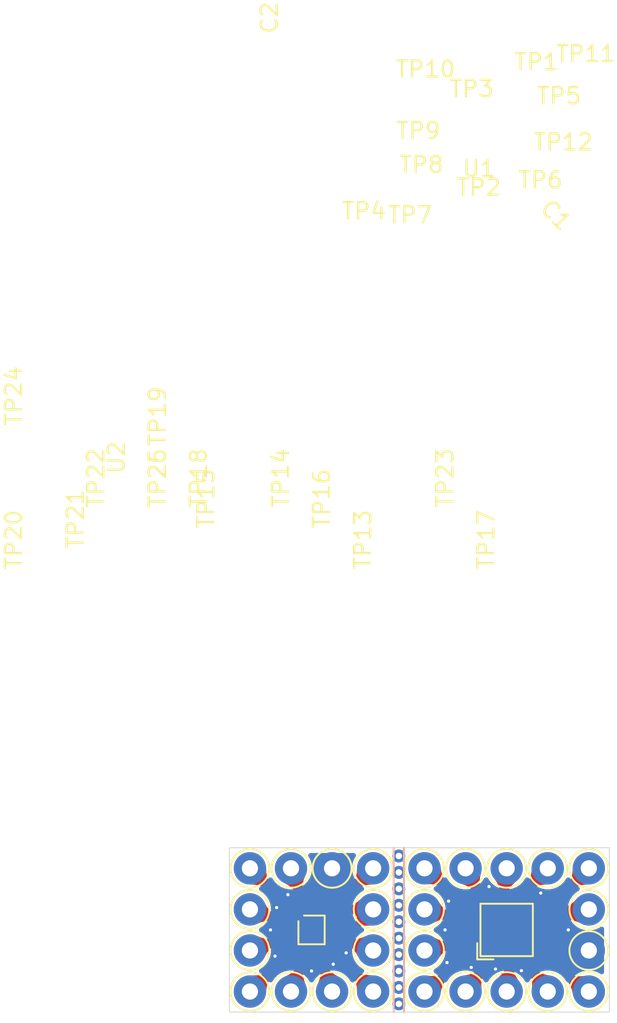
<source format=kicad_pcb>
(kicad_pcb (version 20171130) (host pcbnew "(5.1.6-0-10_14)")

  (general
    (thickness 0.8)
    (drawings 10)
    (tracks 131)
    (zones 0)
    (modules 30)
    (nets 25)
  )

  (page A4)
  (layers
    (0 F.Cu signal)
    (1 In1.Cu signal)
    (2 In2.Cu signal)
    (31 B.Cu signal)
    (32 B.Adhes user hide)
    (33 F.Adhes user hide)
    (34 B.Paste user hide)
    (35 F.Paste user hide)
    (36 B.SilkS user hide)
    (37 F.SilkS user)
    (38 B.Mask user hide)
    (39 F.Mask user hide)
    (40 Dwgs.User user hide)
    (41 Cmts.User user hide)
    (42 Eco1.User user hide)
    (43 Eco2.User user hide)
    (44 Edge.Cuts user)
    (45 Margin user hide)
    (46 B.CrtYd user)
    (47 F.CrtYd user)
    (48 B.Fab user hide)
    (49 F.Fab user hide)
  )

  (setup
    (last_trace_width 0.1)
    (user_trace_width 0.1)
    (user_trace_width 0.15)
    (user_trace_width 0.2)
    (user_trace_width 0.25)
    (trace_clearance 0.1)
    (zone_clearance 0.3)
    (zone_45_only no)
    (trace_min 0.1)
    (via_size 0.45)
    (via_drill 0.2)
    (via_min_size 0.4)
    (via_min_drill 0.2)
    (user_via 0.8 0.4)
    (uvia_size 0.3)
    (uvia_drill 0.1)
    (uvias_allowed no)
    (uvia_min_size 0.2)
    (uvia_min_drill 0.1)
    (edge_width 0.05)
    (segment_width 0.2)
    (pcb_text_width 0.3)
    (pcb_text_size 1.5 1.5)
    (mod_edge_width 0.12)
    (mod_text_size 1 1)
    (mod_text_width 0.15)
    (pad_size 0.15 0.3)
    (pad_drill 0)
    (pad_to_mask_clearance 0.05)
    (aux_axis_origin 0 0)
    (visible_elements FFFFFF7F)
    (pcbplotparams
      (layerselection 0x010fc_ffffffff)
      (usegerberextensions false)
      (usegerberattributes false)
      (usegerberadvancedattributes true)
      (creategerberjobfile true)
      (excludeedgelayer true)
      (linewidth 0.100000)
      (plotframeref false)
      (viasonmask false)
      (mode 1)
      (useauxorigin false)
      (hpglpennumber 1)
      (hpglpenspeed 20)
      (hpglpendiameter 15.000000)
      (psnegative false)
      (psa4output false)
      (plotreference true)
      (plotvalue true)
      (plotinvisibletext false)
      (padsonsilk false)
      (subtractmaskfromsilk false)
      (outputformat 1)
      (mirror false)
      (drillshape 0)
      (scaleselection 1)
      (outputdirectory "ATTiny/"))
  )

  (net 0 "")
  (net 1 VCC)
  (net 2 GND)
  (net 3 "Net-(TP1-Pad1)")
  (net 4 "Net-(TP4-Pad1)")
  (net 5 "Net-(TP5-Pad1)")
  (net 6 "Net-(TP6-Pad1)")
  (net 7 "Net-(TP7-Pad1)")
  (net 8 "Net-(TP8-Pad1)")
  (net 9 "Net-(TP9-Pad1)")
  (net 10 "Net-(TP10-Pad1)")
  (net 11 "Net-(TP11-Pad1)")
  (net 12 "Net-(TP12-Pad1)")
  (net 13 "Net-(TP15-Pad1)")
  (net 14 "Net-(TP16-Pad1)")
  (net 15 "Net-(TP17-Pad1)")
  (net 16 "Net-(TP18-Pad1)")
  (net 17 "Net-(TP19-Pad1)")
  (net 18 "Net-(TP20-Pad1)")
  (net 19 "Net-(TP21-Pad1)")
  (net 20 "Net-(TP22-Pad1)")
  (net 21 "Net-(TP23-Pad1)")
  (net 22 "Net-(TP24-Pad1)")
  (net 23 "Net-(TP25-Pad1)")
  (net 24 "Net-(TP26-Pad1)")

  (net_class Default "This is the default net class."
    (clearance 0.1)
    (trace_width 0.1)
    (via_dia 0.45)
    (via_drill 0.2)
    (uvia_dia 0.3)
    (uvia_drill 0.1)
    (add_net GND)
    (add_net "Net-(TP1-Pad1)")
    (add_net "Net-(TP10-Pad1)")
    (add_net "Net-(TP11-Pad1)")
    (add_net "Net-(TP12-Pad1)")
    (add_net "Net-(TP15-Pad1)")
    (add_net "Net-(TP16-Pad1)")
    (add_net "Net-(TP17-Pad1)")
    (add_net "Net-(TP18-Pad1)")
    (add_net "Net-(TP19-Pad1)")
    (add_net "Net-(TP20-Pad1)")
    (add_net "Net-(TP21-Pad1)")
    (add_net "Net-(TP22-Pad1)")
    (add_net "Net-(TP23-Pad1)")
    (add_net "Net-(TP24-Pad1)")
    (add_net "Net-(TP25-Pad1)")
    (add_net "Net-(TP26-Pad1)")
    (add_net "Net-(TP4-Pad1)")
    (add_net "Net-(TP5-Pad1)")
    (add_net "Net-(TP6-Pad1)")
    (add_net "Net-(TP7-Pad1)")
    (add_net "Net-(TP8-Pad1)")
    (add_net "Net-(TP9-Pad1)")
    (add_net VCC)
  )

  (module Capacitor_SMD:C_0402_1005Metric (layer F.Cu) (tedit 5B301BBE) (tstamp 600AEF62)
    (at 163.83 81.28 270)
    (descr "Capacitor SMD 0402 (1005 Metric), square (rectangular) end terminal, IPC_7351 nominal, (Body size source: http://www.tortai-tech.com/upload/download/2011102023233369053.pdf), generated with kicad-footprint-generator")
    (tags capacitor)
    (path /600D560A)
    (attr smd)
    (fp_text reference C2 (at -56.388 17.2085 90) (layer F.SilkS)
      (effects (font (size 1 1) (thickness 0.15)))
    )
    (fp_text value C (at 0 1.17 90) (layer F.Fab)
      (effects (font (size 1 1) (thickness 0.15)))
    )
    (fp_line (start 0.93 0.47) (end -0.93 0.47) (layer F.CrtYd) (width 0.05))
    (fp_line (start 0.93 -0.47) (end 0.93 0.47) (layer F.CrtYd) (width 0.05))
    (fp_line (start -0.93 -0.47) (end 0.93 -0.47) (layer F.CrtYd) (width 0.05))
    (fp_line (start -0.93 0.47) (end -0.93 -0.47) (layer F.CrtYd) (width 0.05))
    (fp_line (start 0.5 0.25) (end -0.5 0.25) (layer F.Fab) (width 0.1))
    (fp_line (start 0.5 -0.25) (end 0.5 0.25) (layer F.Fab) (width 0.1))
    (fp_line (start -0.5 -0.25) (end 0.5 -0.25) (layer F.Fab) (width 0.1))
    (fp_line (start -0.5 0.25) (end -0.5 -0.25) (layer F.Fab) (width 0.1))
    (fp_text user %R (at 0 0 90) (layer F.Fab)
      (effects (font (size 0.25 0.25) (thickness 0.04)))
    )
    (pad 2 smd roundrect (at 0.485 0 270) (size 0.59 0.64) (layers F.Cu F.Paste F.Mask) (roundrect_rratio 0.25)
      (net 2 GND))
    (pad 1 smd roundrect (at -0.485 0 270) (size 0.59 0.64) (layers F.Cu F.Paste F.Mask) (roundrect_rratio 0.25)
      (net 1 VCC))
    (model ${KISYS3DMOD}/Capacitor_SMD.3dshapes/C_0402_1005Metric.wrl
      (at (xyz 0 0 0))
      (scale (xyz 1 1 1))
      (rotate (xyz 0 0 0))
    )
  )

  (module Package_BGA:UFBGA-15_3.0x3.0mm_Layout4x4_P0.65mm (layer F.Cu) (tedit 5ABC1D73) (tstamp 600AE7FF)
    (at 161.29 81.28 90)
    (descr "UFBGA-15, 4x4, 3x3mm package, pitch 0.65mm")
    (tags UFBGA-15)
    (path /600C401C)
    (attr smd)
    (fp_text reference U2 (at 29.21 -24.13 90) (layer F.SilkS)
      (effects (font (size 1 1) (thickness 0.15)))
    )
    (fp_text value ATtiny20-CCU (at 0 3.25 90) (layer F.Fab)
      (effects (font (size 1 1) (thickness 0.15)))
    )
    (fp_line (start -0.82 -1.82) (end -1.82 -1.82) (layer F.SilkS) (width 0.12))
    (fp_line (start -1.82 -1.82) (end -1.82 -0.82) (layer F.SilkS) (width 0.12))
    (fp_line (start 1.62 -1.62) (end 1.62 1.62) (layer F.SilkS) (width 0.12))
    (fp_line (start 1.62 1.62) (end -1.62 1.62) (layer F.SilkS) (width 0.12))
    (fp_line (start -1.62 1.62) (end -1.62 -1.62) (layer F.SilkS) (width 0.12))
    (fp_line (start -1.62 -1.62) (end 1.62 -1.62) (layer F.SilkS) (width 0.12))
    (fp_line (start 1.5 -1.5) (end 1.5 1.5) (layer F.Fab) (width 0.1))
    (fp_line (start 1.5 1.5) (end -1.5 1.5) (layer F.Fab) (width 0.1))
    (fp_line (start -1.5 1.5) (end -1.5 -0.5) (layer F.Fab) (width 0.1))
    (fp_line (start -1.5 -0.5) (end -0.5 -1.5) (layer F.Fab) (width 0.1))
    (fp_line (start -0.5 -1.5) (end 1.5 -1.5) (layer F.Fab) (width 0.1))
    (fp_line (start -2.5 -2.5) (end 2.5 -2.5) (layer F.CrtYd) (width 0.05))
    (fp_line (start -2.5 -2.5) (end -2.5 2.5) (layer F.CrtYd) (width 0.05))
    (fp_line (start 2.5 2.5) (end 2.5 -2.5) (layer F.CrtYd) (width 0.05))
    (fp_line (start 2.5 2.5) (end -2.5 2.5) (layer F.CrtYd) (width 0.05))
    (fp_text user %R (at 0 0 90) (layer F.Fab)
      (effects (font (size 0.65 0.65) (thickness 0.12)))
    )
    (pad D4 smd circle (at 0.975 0.975 90) (size 0.25 0.25) (layers F.Cu F.Paste F.Mask)
      (net 1 VCC))
    (pad C4 smd circle (at 0.975 0.325 90) (size 0.25 0.25) (layers F.Cu F.Paste F.Mask)
      (net 21 "Net-(TP23-Pad1)"))
    (pad B4 smd circle (at 0.975 -0.325 90) (size 0.25 0.25) (layers F.Cu F.Paste F.Mask)
      (net 24 "Net-(TP26-Pad1)"))
    (pad A4 smd circle (at 0.975 -0.975 90) (size 0.25 0.25) (layers F.Cu F.Paste F.Mask)
      (net 23 "Net-(TP25-Pad1)"))
    (pad D3 smd circle (at 0.325 0.975 90) (size 0.25 0.25) (layers F.Cu F.Paste F.Mask)
      (net 2 GND))
    (pad C3 smd circle (at 0.325 0.325 90) (size 0.25 0.25) (layers F.Cu F.Paste F.Mask)
      (net 14 "Net-(TP16-Pad1)"))
    (pad B3 smd circle (at 0.325 -0.325 90) (size 0.25 0.25) (layers F.Cu F.Paste F.Mask)
      (net 22 "Net-(TP24-Pad1)"))
    (pad A3 smd circle (at 0.325 -0.975 90) (size 0.25 0.25) (layers F.Cu F.Paste F.Mask)
      (net 19 "Net-(TP21-Pad1)"))
    (pad D2 smd circle (at -0.325 0.975 90) (size 0.25 0.25) (layers F.Cu F.Paste F.Mask)
      (net 2 GND))
    (pad C2 smd circle (at -0.325 0.325 90) (size 0.25 0.25) (layers F.Cu F.Paste F.Mask)
      (net 15 "Net-(TP17-Pad1)"))
    (pad B2 smd circle (at -0.325 -0.325 90) (size 0.25 0.25) (layers F.Cu F.Paste F.Mask)
      (net 20 "Net-(TP22-Pad1)"))
    (pad A2 smd circle (at -0.325 -0.975 90) (size 0.25 0.25) (layers F.Cu F.Paste F.Mask)
      (net 18 "Net-(TP20-Pad1)"))
    (pad D1 smd circle (at -0.975 0.975 90) (size 0.25 0.25) (layers F.Cu F.Paste F.Mask)
      (net 13 "Net-(TP15-Pad1)"))
    (pad C1 smd circle (at -0.975 0.325 90) (size 0.25 0.25) (layers F.Cu F.Paste F.Mask)
      (net 16 "Net-(TP18-Pad1)"))
    (pad B1 smd circle (at -0.975 -0.325 90) (size 0.25 0.25) (layers F.Cu F.Paste F.Mask)
      (net 17 "Net-(TP19-Pad1)"))
    (model ${KISYS3DMOD}/Package_BGA.3dshapes/UFBGA-15_3.0x3.0mm_Layout4x4_P0.65mm.wrl
      (at (xyz 0 0 0))
      (scale (xyz 1 1 1))
      (rotate (xyz 0 0 0))
    )
  )

  (module TestPoint:TestPoint_THTPad_D2.0mm_Drill1.0mm (layer F.Cu) (tedit 5A0F774F) (tstamp 600AE7A2)
    (at 161.29 77.47 90)
    (descr "THT pad as test Point, diameter 2.0mm, hole diameter 1.0mm")
    (tags "test point THT pad")
    (path /600C99EB)
    (attr virtual)
    (fp_text reference TP26 (at 24.13 -21.59 90) (layer F.SilkS)
      (effects (font (size 1 1) (thickness 0.15)))
    )
    (fp_text value TestPoint (at 0 2.05 90) (layer F.Fab)
      (effects (font (size 1 1) (thickness 0.15)))
    )
    (fp_circle (center 0 0) (end 0 1.2) (layer F.SilkS) (width 0.12))
    (fp_circle (center 0 0) (end 1.5 0) (layer F.CrtYd) (width 0.05))
    (fp_text user %R (at 0 -2 90) (layer F.Fab)
      (effects (font (size 1 1) (thickness 0.15)))
    )
    (pad 1 thru_hole circle (at 0 0 90) (size 2 2) (drill 1) (layers *.Cu *.Mask)
      (net 24 "Net-(TP26-Pad1)"))
  )

  (module TestPoint:TestPoint_THTPad_D2.0mm_Drill1.0mm (layer F.Cu) (tedit 5A0F774F) (tstamp 600AE79A)
    (at 158.75 77.47 90)
    (descr "THT pad as test Point, diameter 2.0mm, hole diameter 1.0mm")
    (tags "test point THT pad")
    (path /600C99E5)
    (attr virtual)
    (fp_text reference TP25 (at 24.13 -19.05 90) (layer F.SilkS)
      (effects (font (size 1 1) (thickness 0.15)))
    )
    (fp_text value TestPoint (at 0 2.05 90) (layer F.Fab)
      (effects (font (size 1 1) (thickness 0.15)))
    )
    (fp_circle (center 0 0) (end 0 1.2) (layer F.SilkS) (width 0.12))
    (fp_circle (center 0 0) (end 1.5 0) (layer F.CrtYd) (width 0.05))
    (fp_text user %R (at 0 -2 90) (layer F.Fab)
      (effects (font (size 1 1) (thickness 0.15)))
    )
    (pad 1 thru_hole circle (at 0 0 90) (size 2 2) (drill 1) (layers *.Cu *.Mask)
      (net 23 "Net-(TP25-Pad1)"))
  )

  (module TestPoint:TestPoint_THTPad_D2.0mm_Drill1.0mm (layer F.Cu) (tedit 5A0F774F) (tstamp 600AE792)
    (at 156.21 77.47 90)
    (descr "THT pad as test Point, diameter 2.0mm, hole diameter 1.0mm")
    (tags "test point THT pad")
    (path /600C8CDC)
    (attr virtual)
    (fp_text reference TP24 (at 29.21 -25.4 90) (layer F.SilkS)
      (effects (font (size 1 1) (thickness 0.15)))
    )
    (fp_text value TestPoint (at 0 2.05 90) (layer F.Fab)
      (effects (font (size 1 1) (thickness 0.15)))
    )
    (fp_circle (center 0 0) (end 0 1.2) (layer F.SilkS) (width 0.12))
    (fp_circle (center 0 0) (end 1.5 0) (layer F.CrtYd) (width 0.05))
    (fp_text user %R (at 0 -2 90) (layer F.Fab)
      (effects (font (size 1 1) (thickness 0.15)))
    )
    (pad 1 thru_hole circle (at 0 0 90) (size 2 2) (drill 1) (layers *.Cu *.Mask)
      (net 22 "Net-(TP24-Pad1)"))
  )

  (module TestPoint:TestPoint_THTPad_D2.0mm_Drill1.0mm (layer F.Cu) (tedit 5A0F774F) (tstamp 600AE78A)
    (at 163.83 77.47 90)
    (descr "THT pad as test Point, diameter 2.0mm, hole diameter 1.0mm")
    (tags "test point THT pad")
    (path /600C8CD6)
    (attr virtual)
    (fp_text reference TP23 (at 24.13 -6.35 90) (layer F.SilkS)
      (effects (font (size 1 1) (thickness 0.15)))
    )
    (fp_text value TestPoint (at 0 2.05 90) (layer F.Fab)
      (effects (font (size 1 1) (thickness 0.15)))
    )
    (fp_circle (center 0 0) (end 0 1.2) (layer F.SilkS) (width 0.12))
    (fp_circle (center 0 0) (end 1.5 0) (layer F.CrtYd) (width 0.05))
    (fp_text user %R (at 0 -2 90) (layer F.Fab)
      (effects (font (size 1 1) (thickness 0.15)))
    )
    (pad 1 thru_hole circle (at 0 0 90) (size 2 2) (drill 1) (layers *.Cu *.Mask)
      (net 21 "Net-(TP23-Pad1)"))
  )

  (module TestPoint:TestPoint_THTPad_D2.0mm_Drill1.0mm (layer F.Cu) (tedit 5A0F774F) (tstamp 600AE782)
    (at 156.21 85.09 90)
    (descr "THT pad as test Point, diameter 2.0mm, hole diameter 1.0mm")
    (tags "test point THT pad")
    (path /600C8CE2)
    (attr virtual)
    (fp_text reference TP22 (at 31.75 -20.32 90) (layer F.SilkS)
      (effects (font (size 1 1) (thickness 0.15)))
    )
    (fp_text value TestPoint (at 0 2.05 90) (layer F.Fab)
      (effects (font (size 1 1) (thickness 0.15)))
    )
    (fp_circle (center 0 0) (end 0 1.2) (layer F.SilkS) (width 0.12))
    (fp_circle (center 0 0) (end 1.5 0) (layer F.CrtYd) (width 0.05))
    (fp_text user %R (at 0 -2 90) (layer F.Fab)
      (effects (font (size 1 1) (thickness 0.15)))
    )
    (pad 1 thru_hole circle (at 0 0 90) (size 2 2) (drill 1) (layers *.Cu *.Mask)
      (net 20 "Net-(TP22-Pad1)"))
  )

  (module TestPoint:TestPoint_THTPad_D2.0mm_Drill1.0mm (layer F.Cu) (tedit 5A0F774F) (tstamp 600AE77A)
    (at 156.21 80.01 90)
    (descr "THT pad as test Point, diameter 2.0mm, hole diameter 1.0mm")
    (tags "test point THT pad")
    (path /600C8CCA)
    (attr virtual)
    (fp_text reference TP21 (at 24.13 -21.59 90) (layer F.SilkS)
      (effects (font (size 1 1) (thickness 0.15)))
    )
    (fp_text value TestPoint (at 0 2.05 90) (layer F.Fab)
      (effects (font (size 1 1) (thickness 0.15)))
    )
    (fp_circle (center 0 0) (end 0 1.2) (layer F.SilkS) (width 0.12))
    (fp_circle (center 0 0) (end 1.5 0) (layer F.CrtYd) (width 0.05))
    (fp_text user %R (at 0 -2 90) (layer F.Fab)
      (effects (font (size 1 1) (thickness 0.15)))
    )
    (pad 1 thru_hole circle (at 0 0 90) (size 2 2) (drill 1) (layers *.Cu *.Mask)
      (net 19 "Net-(TP21-Pad1)"))
  )

  (module TestPoint:TestPoint_THTPad_D2.0mm_Drill1.0mm (layer F.Cu) (tedit 5A0F774F) (tstamp 600AE772)
    (at 156.21 82.55 90)
    (descr "THT pad as test Point, diameter 2.0mm, hole diameter 1.0mm")
    (tags "test point THT pad")
    (path /600C8CC4)
    (attr virtual)
    (fp_text reference TP20 (at 25.4 -25.4 90) (layer F.SilkS)
      (effects (font (size 1 1) (thickness 0.15)))
    )
    (fp_text value TestPoint (at 0 2.05 90) (layer F.Fab)
      (effects (font (size 1 1) (thickness 0.15)))
    )
    (fp_circle (center 0 0) (end 0 1.2) (layer F.SilkS) (width 0.12))
    (fp_circle (center 0 0) (end 1.5 0) (layer F.CrtYd) (width 0.05))
    (fp_text user %R (at 0 -2 90) (layer F.Fab)
      (effects (font (size 1 1) (thickness 0.15)))
    )
    (pad 1 thru_hole circle (at 0 0 90) (size 2 2) (drill 1) (layers *.Cu *.Mask)
      (net 18 "Net-(TP20-Pad1)"))
  )

  (module TestPoint:TestPoint_THTPad_D2.0mm_Drill1.0mm (layer F.Cu) (tedit 5A0F774F) (tstamp 600AE76A)
    (at 158.749999 85.09 90)
    (descr "THT pad as test Point, diameter 2.0mm, hole diameter 1.0mm")
    (tags "test point THT pad")
    (path /600C8CBE)
    (attr virtual)
    (fp_text reference TP19 (at 35.56 -19.049999 90) (layer F.SilkS)
      (effects (font (size 1 1) (thickness 0.15)))
    )
    (fp_text value TestPoint (at 0 2.05 90) (layer F.Fab)
      (effects (font (size 1 1) (thickness 0.15)))
    )
    (fp_circle (center 0 0) (end 0 1.2) (layer F.SilkS) (width 0.12))
    (fp_circle (center 0 0) (end 1.5 0) (layer F.CrtYd) (width 0.05))
    (fp_text user %R (at 0 -2 90) (layer F.Fab)
      (effects (font (size 1 1) (thickness 0.15)))
    )
    (pad 1 thru_hole circle (at 0 0 90) (size 2 2) (drill 1) (layers *.Cu *.Mask)
      (net 17 "Net-(TP19-Pad1)"))
  )

  (module TestPoint:TestPoint_THTPad_D2.0mm_Drill1.0mm (layer F.Cu) (tedit 5A0F774F) (tstamp 600AE762)
    (at 161.29 85.09 90)
    (descr "THT pad as test Point, diameter 2.0mm, hole diameter 1.0mm")
    (tags "test point THT pad")
    (path /600C8CB8)
    (attr virtual)
    (fp_text reference TP18 (at 31.75 -19.05 90) (layer F.SilkS)
      (effects (font (size 1 1) (thickness 0.15)))
    )
    (fp_text value TestPoint (at 0 2.05 90) (layer F.Fab)
      (effects (font (size 1 1) (thickness 0.15)))
    )
    (fp_circle (center 0 0) (end 0 1.2) (layer F.SilkS) (width 0.12))
    (fp_circle (center 0 0) (end 1.5 0) (layer F.CrtYd) (width 0.05))
    (fp_text user %R (at 0 -2 90) (layer F.Fab)
      (effects (font (size 1 1) (thickness 0.15)))
    )
    (pad 1 thru_hole circle (at 0 0 90) (size 2 2) (drill 1) (layers *.Cu *.Mask)
      (net 16 "Net-(TP18-Pad1)"))
  )

  (module TestPoint:TestPoint_THTPad_D2.0mm_Drill1.0mm (layer F.Cu) (tedit 5A0F774F) (tstamp 600AE75A)
    (at 163.83 85.09 90)
    (descr "THT pad as test Point, diameter 2.0mm, hole diameter 1.0mm")
    (tags "test point THT pad")
    (path /600C8CD0)
    (attr virtual)
    (fp_text reference TP17 (at 27.94 -3.81 90) (layer F.SilkS)
      (effects (font (size 1 1) (thickness 0.15)))
    )
    (fp_text value TestPoint (at 0 2.05 90) (layer F.Fab)
      (effects (font (size 1 1) (thickness 0.15)))
    )
    (fp_circle (center 0 0) (end 0 1.2) (layer F.SilkS) (width 0.12))
    (fp_circle (center 0 0) (end 1.5 0) (layer F.CrtYd) (width 0.05))
    (fp_text user %R (at 0 -2 90) (layer F.Fab)
      (effects (font (size 1 1) (thickness 0.15)))
    )
    (pad 1 thru_hole circle (at 0 0 90) (size 2 2) (drill 1) (layers *.Cu *.Mask)
      (net 15 "Net-(TP17-Pad1)"))
  )

  (module TestPoint:TestPoint_THTPad_D2.0mm_Drill1.0mm (layer F.Cu) (tedit 5A0F774F) (tstamp 600AE752)
    (at 166.37 77.47 90)
    (descr "THT pad as test Point, diameter 2.0mm, hole diameter 1.0mm")
    (tags "test point THT pad")
    (path /600C8CB2)
    (attr virtual)
    (fp_text reference TP16 (at 22.86 -16.51 90) (layer F.SilkS)
      (effects (font (size 1 1) (thickness 0.15)))
    )
    (fp_text value TestPoint (at 0 2.05 90) (layer F.Fab)
      (effects (font (size 1 1) (thickness 0.15)))
    )
    (fp_circle (center 0 0) (end 0 1.2) (layer F.SilkS) (width 0.12))
    (fp_circle (center 0 0) (end 1.5 0) (layer F.CrtYd) (width 0.05))
    (fp_text user %R (at 0 -2 90) (layer F.Fab)
      (effects (font (size 1 1) (thickness 0.15)))
    )
    (pad 1 thru_hole circle (at 0 0 90) (size 2 2) (drill 1) (layers *.Cu *.Mask)
      (net 14 "Net-(TP16-Pad1)"))
  )

  (module TestPoint:TestPoint_THTPad_D2.0mm_Drill1.0mm (layer F.Cu) (tedit 5A0F774F) (tstamp 600AE74A)
    (at 166.37 85.09 90)
    (descr "THT pad as test Point, diameter 2.0mm, hole diameter 1.0mm")
    (tags "test point THT pad")
    (path /600C8CAC)
    (attr virtual)
    (fp_text reference TP15 (at 30.48 -23.6715 90) (layer F.SilkS)
      (effects (font (size 1 1) (thickness 0.15)))
    )
    (fp_text value TestPoint (at 0 2.05 90) (layer F.Fab)
      (effects (font (size 1 1) (thickness 0.15)))
    )
    (fp_circle (center 0 0) (end 0 1.2) (layer F.SilkS) (width 0.12))
    (fp_circle (center 0 0) (end 1.5 0) (layer F.CrtYd) (width 0.05))
    (fp_text user %R (at 0 -2 90) (layer F.Fab)
      (effects (font (size 1 1) (thickness 0.15)))
    )
    (pad 1 thru_hole circle (at 0 0 90) (size 2 2) (drill 1) (layers *.Cu *.Mask)
      (net 13 "Net-(TP15-Pad1)"))
  )

  (module TestPoint:TestPoint_THTPad_D2.0mm_Drill1.0mm (layer F.Cu) (tedit 5A0F774F) (tstamp 600AE742)
    (at 166.37 82.55 90)
    (descr "THT pad as test Point, diameter 2.0mm, hole diameter 1.0mm")
    (tags "test point THT pad")
    (path /600CA5B5)
    (attr virtual)
    (fp_text reference TP14 (at 29.21 -19.05 90) (layer F.SilkS)
      (effects (font (size 1 1) (thickness 0.15)))
    )
    (fp_text value TestPoint (at 0 2.05 90) (layer F.Fab)
      (effects (font (size 1 1) (thickness 0.15)))
    )
    (fp_circle (center 0 0) (end 0 1.2) (layer F.SilkS) (width 0.12))
    (fp_circle (center 0 0) (end 1.5 0) (layer F.CrtYd) (width 0.05))
    (fp_text user %R (at 0 -2 90) (layer F.Fab)
      (effects (font (size 1 1) (thickness 0.15)))
    )
    (pad 1 thru_hole circle (at 0 0 90) (size 2 2) (drill 1) (layers *.Cu *.Mask)
      (net 2 GND))
  )

  (module TestPoint:TestPoint_THTPad_D2.0mm_Drill1.0mm (layer F.Cu) (tedit 5A0F774F) (tstamp 600AE73A)
    (at 166.370001 80.01 90)
    (descr "THT pad as test Point, diameter 2.0mm, hole diameter 1.0mm")
    (tags "test point THT pad")
    (path /600CA5BB)
    (attr virtual)
    (fp_text reference TP13 (at 22.86 -13.970001 90) (layer F.SilkS)
      (effects (font (size 1 1) (thickness 0.15)))
    )
    (fp_text value TestPoint (at 0 2.05 90) (layer F.Fab)
      (effects (font (size 1 1) (thickness 0.15)))
    )
    (fp_circle (center 0 0) (end 0 1.2) (layer F.SilkS) (width 0.12))
    (fp_circle (center 0 0) (end 1.5 0) (layer F.CrtYd) (width 0.05))
    (fp_text user %R (at 0 -2 90) (layer F.Fab)
      (effects (font (size 1 1) (thickness 0.15)))
    )
    (pad 1 thru_hole circle (at 0 0 90) (size 2 2) (drill 1) (layers *.Cu *.Mask)
      (net 1 VCC))
  )

  (module TestPoint:TestPoint_THTPad_D2.0mm_Drill1.0mm (layer F.Cu) (tedit 5A0F774F) (tstamp 600ACA41)
    (at 150.495 85.09)
    (descr "THT pad as test Point, diameter 2.0mm, hole diameter 1.0mm")
    (tags "test point THT pad")
    (path /600B4266)
    (attr virtual)
    (fp_text reference TP12 (at 14.2875 -52.5145) (layer F.SilkS)
      (effects (font (size 1 1) (thickness 0.15)))
    )
    (fp_text value TestPoint (at 0 2.05) (layer F.Fab)
      (effects (font (size 1 1) (thickness 0.15)))
    )
    (fp_circle (center 0 0) (end 0 1.2) (layer F.SilkS) (width 0.12))
    (fp_circle (center 0 0) (end 1.5 0) (layer F.CrtYd) (width 0.05))
    (fp_text user %R (at 0 -2) (layer F.Fab)
      (effects (font (size 1 1) (thickness 0.15)))
    )
    (pad 1 thru_hole circle (at 0 0) (size 2 2) (drill 1) (layers *.Cu *.Mask)
      (net 12 "Net-(TP12-Pad1)"))
  )

  (module TestPoint:TestPoint_THTPad_D2.0mm_Drill1.0mm (layer F.Cu) (tedit 5A0F774F) (tstamp 600ACA39)
    (at 145.415 85.09)
    (descr "THT pad as test Point, diameter 2.0mm, hole diameter 1.0mm")
    (tags "test point THT pad")
    (path /600B3FC5)
    (attr virtual)
    (fp_text reference TP11 (at 20.7645 -57.9755) (layer F.SilkS)
      (effects (font (size 1 1) (thickness 0.15)))
    )
    (fp_text value TestPoint (at 0 2.05) (layer F.Fab)
      (effects (font (size 1 1) (thickness 0.15)))
    )
    (fp_circle (center 0 0) (end 0 1.2) (layer F.SilkS) (width 0.12))
    (fp_circle (center 0 0) (end 1.5 0) (layer F.CrtYd) (width 0.05))
    (fp_text user %R (at 0 -2) (layer F.Fab)
      (effects (font (size 1 1) (thickness 0.15)))
    )
    (pad 1 thru_hole circle (at 0 0) (size 2 2) (drill 1) (layers *.Cu *.Mask)
      (net 11 "Net-(TP11-Pad1)"))
  )

  (module TestPoint:TestPoint_THTPad_D2.0mm_Drill1.0mm (layer F.Cu) (tedit 5A0F774F) (tstamp 600ACA31)
    (at 153.035 82.55)
    (descr "THT pad as test Point, diameter 2.0mm, hole diameter 1.0mm")
    (tags "test point THT pad")
    (path /600B3C69)
    (attr virtual)
    (fp_text reference TP10 (at 3.2385 -54.483) (layer F.SilkS)
      (effects (font (size 1 1) (thickness 0.15)))
    )
    (fp_text value TestPoint (at 0 2.05) (layer F.Fab)
      (effects (font (size 1 1) (thickness 0.15)))
    )
    (fp_circle (center 0 0) (end 0 1.2) (layer F.SilkS) (width 0.12))
    (fp_circle (center 0 0) (end 1.5 0) (layer F.CrtYd) (width 0.05))
    (fp_text user %R (at 0 -2) (layer F.Fab)
      (effects (font (size 1 1) (thickness 0.15)))
    )
    (pad 1 thru_hole circle (at 0 0) (size 2 2) (drill 1) (layers *.Cu *.Mask)
      (net 10 "Net-(TP10-Pad1)"))
  )

  (module TestPoint:TestPoint_THTPad_D2.0mm_Drill1.0mm (layer F.Cu) (tedit 5A0F774F) (tstamp 600ACA29)
    (at 153.035 85.09)
    (descr "THT pad as test Point, diameter 2.0mm, hole diameter 1.0mm")
    (tags "test point THT pad")
    (path /600B3AFA)
    (attr virtual)
    (fp_text reference TP9 (at 2.794 -53.213) (layer F.SilkS)
      (effects (font (size 1 1) (thickness 0.15)))
    )
    (fp_text value TestPoint (at 0 2.05) (layer F.Fab)
      (effects (font (size 1 1) (thickness 0.15)))
    )
    (fp_circle (center 0 0) (end 0 1.2) (layer F.SilkS) (width 0.12))
    (fp_circle (center 0 0) (end 1.5 0) (layer F.CrtYd) (width 0.05))
    (fp_text user %R (at 0 -2) (layer F.Fab)
      (effects (font (size 1 1) (thickness 0.15)))
    )
    (pad 1 thru_hole circle (at 0 0) (size 2 2) (drill 1) (layers *.Cu *.Mask)
      (net 9 "Net-(TP9-Pad1)"))
  )

  (module TestPoint:TestPoint_THTPad_D2.0mm_Drill1.0mm (layer F.Cu) (tedit 5A0F774F) (tstamp 600ACA21)
    (at 147.955 85.09)
    (descr "THT pad as test Point, diameter 2.0mm, hole diameter 1.0mm")
    (tags "test point THT pad")
    (path /600B3837)
    (attr virtual)
    (fp_text reference TP8 (at 8.0645 -51.1175) (layer F.SilkS)
      (effects (font (size 1 1) (thickness 0.15)))
    )
    (fp_text value TestPoint (at 0 2.05) (layer F.Fab)
      (effects (font (size 1 1) (thickness 0.15)))
    )
    (fp_circle (center 0 0) (end 0 1.2) (layer F.SilkS) (width 0.12))
    (fp_circle (center 0 0) (end 1.5 0) (layer F.CrtYd) (width 0.05))
    (fp_text user %R (at 0 -2) (layer F.Fab)
      (effects (font (size 1 1) (thickness 0.15)))
    )
    (pad 1 thru_hole circle (at 0 0) (size 2 2) (drill 1) (layers *.Cu *.Mask)
      (net 8 "Net-(TP8-Pad1)"))
  )

  (module TestPoint:TestPoint_THTPad_D2.0mm_Drill1.0mm (layer F.Cu) (tedit 5A0F774F) (tstamp 600ACA19)
    (at 145.415 80.01)
    (descr "THT pad as test Point, diameter 2.0mm, hole diameter 1.0mm")
    (tags "test point THT pad")
    (path /600B360D)
    (attr virtual)
    (fp_text reference TP7 (at 9.906 -42.926) (layer F.SilkS)
      (effects (font (size 1 1) (thickness 0.15)))
    )
    (fp_text value TestPoint (at 0 2.05) (layer F.Fab)
      (effects (font (size 1 1) (thickness 0.15)))
    )
    (fp_circle (center 0 0) (end 0 1.2) (layer F.SilkS) (width 0.12))
    (fp_circle (center 0 0) (end 1.5 0) (layer F.CrtYd) (width 0.05))
    (fp_text user %R (at 0 -2) (layer F.Fab)
      (effects (font (size 1 1) (thickness 0.15)))
    )
    (pad 1 thru_hole circle (at 0 0) (size 2 2) (drill 1) (layers *.Cu *.Mask)
      (net 7 "Net-(TP7-Pad1)"))
  )

  (module TestPoint:TestPoint_THTPad_D2.0mm_Drill1.0mm (layer F.Cu) (tedit 5A0F774F) (tstamp 600ACA11)
    (at 145.415 82.55)
    (descr "THT pad as test Point, diameter 2.0mm, hole diameter 1.0mm")
    (tags "test point THT pad")
    (path /600B3438)
    (attr virtual)
    (fp_text reference TP6 (at 17.9705 -47.625) (layer F.SilkS)
      (effects (font (size 1 1) (thickness 0.15)))
    )
    (fp_text value TestPoint (at 0 2.05) (layer F.Fab)
      (effects (font (size 1 1) (thickness 0.15)))
    )
    (fp_circle (center 0 0) (end 0 1.2) (layer F.SilkS) (width 0.12))
    (fp_circle (center 0 0) (end 1.5 0) (layer F.CrtYd) (width 0.05))
    (fp_text user %R (at 0 -2) (layer F.Fab)
      (effects (font (size 1 1) (thickness 0.15)))
    )
    (pad 1 thru_hole circle (at 0 0) (size 2 2) (drill 1) (layers *.Cu *.Mask)
      (net 6 "Net-(TP6-Pad1)"))
  )

  (module TestPoint:TestPoint_THTPad_D2.0mm_Drill1.0mm (layer F.Cu) (tedit 5A0F774F) (tstamp 600ACA09)
    (at 145.415 77.47)
    (descr "THT pad as test Point, diameter 2.0mm, hole diameter 1.0mm")
    (tags "test point THT pad")
    (path /600B3142)
    (attr virtual)
    (fp_text reference TP5 (at 19.1135 -47.752) (layer F.SilkS)
      (effects (font (size 1 1) (thickness 0.15)))
    )
    (fp_text value TestPoint (at 0 2.05) (layer F.Fab)
      (effects (font (size 1 1) (thickness 0.15)))
    )
    (fp_circle (center 0 0) (end 0 1.2) (layer F.SilkS) (width 0.12))
    (fp_circle (center 0 0) (end 1.5 0) (layer F.CrtYd) (width 0.05))
    (fp_text user %R (at 0 -2) (layer F.Fab)
      (effects (font (size 1 1) (thickness 0.15)))
    )
    (pad 1 thru_hole circle (at 0 0) (size 2 2) (drill 1) (layers *.Cu *.Mask)
      (net 5 "Net-(TP5-Pad1)"))
  )

  (module TestPoint:TestPoint_THTPad_D2.0mm_Drill1.0mm (layer F.Cu) (tedit 5A0F774F) (tstamp 600ACA01)
    (at 153.035 77.47)
    (descr "THT pad as test Point, diameter 2.0mm, hole diameter 1.0mm")
    (tags "test point THT pad")
    (path /600B2DD5)
    (attr virtual)
    (fp_text reference TP4 (at -0.5715 -40.64) (layer F.SilkS)
      (effects (font (size 1 1) (thickness 0.15)))
    )
    (fp_text value TestPoint (at 0 2.05) (layer F.Fab)
      (effects (font (size 1 1) (thickness 0.15)))
    )
    (fp_circle (center 0 0) (end 0 1.2) (layer F.SilkS) (width 0.12))
    (fp_circle (center 0 0) (end 1.5 0) (layer F.CrtYd) (width 0.05))
    (fp_text user %R (at 0 -2) (layer F.Fab)
      (effects (font (size 1 1) (thickness 0.15)))
    )
    (pad 1 thru_hole circle (at 0 0) (size 2 2) (drill 1) (layers *.Cu *.Mask)
      (net 4 "Net-(TP4-Pad1)"))
  )

  (module TestPoint:TestPoint_THTPad_D2.0mm_Drill1.0mm (layer F.Cu) (tedit 5A0F774F) (tstamp 600AC9F9)
    (at 150.495 77.47)
    (descr "THT pad as test Point, diameter 2.0mm, hole diameter 1.0mm")
    (tags "test point THT pad")
    (path /600B4B99)
    (attr virtual)
    (fp_text reference TP3 (at 8.636 -48.1965) (layer F.SilkS)
      (effects (font (size 1 1) (thickness 0.15)))
    )
    (fp_text value TestPoint (at 0 2.05) (layer F.Fab)
      (effects (font (size 1 1) (thickness 0.15)))
    )
    (fp_circle (center 0 0) (end 0 1.2) (layer F.SilkS) (width 0.12))
    (fp_circle (center 0 0) (end 1.5 0) (layer F.CrtYd) (width 0.05))
    (fp_text user %R (at 0 -2) (layer F.Fab)
      (effects (font (size 1 1) (thickness 0.15)))
    )
    (pad 1 thru_hole circle (at 0 0) (size 2 2) (drill 1) (layers *.Cu *.Mask)
      (net 2 GND))
  )

  (module TestPoint:TestPoint_THTPad_D2.0mm_Drill1.0mm (layer F.Cu) (tedit 5A0F774F) (tstamp 600AC9F1)
    (at 153.035 80.01)
    (descr "THT pad as test Point, diameter 2.0mm, hole diameter 1.0mm")
    (tags "test point THT pad")
    (path /600B504B)
    (attr virtual)
    (fp_text reference TP2 (at 6.5405 -44.6405) (layer F.SilkS)
      (effects (font (size 1 1) (thickness 0.15)))
    )
    (fp_text value TestPoint (at 0 2.05) (layer F.Fab)
      (effects (font (size 1 1) (thickness 0.15)))
    )
    (fp_circle (center 0 0) (end 0 1.2) (layer F.SilkS) (width 0.12))
    (fp_circle (center 0 0) (end 1.5 0) (layer F.CrtYd) (width 0.05))
    (fp_text user %R (at 0 -2) (layer F.Fab)
      (effects (font (size 1 1) (thickness 0.15)))
    )
    (pad 1 thru_hole circle (at 0 0) (size 2 2) (drill 1) (layers *.Cu *.Mask)
      (net 1 VCC))
  )

  (module TestPoint:TestPoint_THTPad_D2.0mm_Drill1.0mm (layer F.Cu) (tedit 5A0F774F) (tstamp 600ABC57)
    (at 147.955 77.47)
    (descr "THT pad as test Point, diameter 2.0mm, hole diameter 1.0mm")
    (tags "test point THT pad")
    (path /600ABB5C)
    (attr virtual)
    (fp_text reference TP1 (at 15.1765 -49.8475) (layer F.SilkS)
      (effects (font (size 1 1) (thickness 0.15)))
    )
    (fp_text value TestPoint (at 0 2.05) (layer F.Fab)
      (effects (font (size 1 1) (thickness 0.15)))
    )
    (fp_circle (center 0 0) (end 0 1.2) (layer F.SilkS) (width 0.12))
    (fp_circle (center 0 0) (end 1.5 0) (layer F.CrtYd) (width 0.05))
    (fp_text user %R (at 0 -2) (layer F.Fab)
      (effects (font (size 1 1) (thickness 0.15)))
    )
    (pad 1 thru_hole circle (at 0 0) (size 2 2) (drill 1) (layers *.Cu *.Mask)
      (net 3 "Net-(TP1-Pad1)"))
  )

  (module Capacitor_SMD:C_0402_1005Metric (layer F.Cu) (tedit 5B301BBE) (tstamp 600AB5FB)
    (at 150.495 80.01 135)
    (descr "Capacitor SMD 0402 (1005 Metric), square (rectangular) end terminal, IPC_7351 nominal, (Body size source: http://www.tortai-tech.com/upload/download/2011102023233369053.pdf), generated with kicad-footprint-generator")
    (tags capacitor)
    (path /600A7313)
    (attr smd)
    (fp_text reference C1 (at 20.564787 40.141745 135) (layer F.SilkS)
      (effects (font (size 1 1) (thickness 0.15)))
    )
    (fp_text value C (at 0 1.17 135) (layer F.Fab)
      (effects (font (size 1 1) (thickness 0.15)))
    )
    (fp_line (start 0.93 0.47) (end -0.93 0.47) (layer F.CrtYd) (width 0.05))
    (fp_line (start 0.93 -0.47) (end 0.93 0.47) (layer F.CrtYd) (width 0.05))
    (fp_line (start -0.93 -0.47) (end 0.93 -0.47) (layer F.CrtYd) (width 0.05))
    (fp_line (start -0.93 0.47) (end -0.93 -0.47) (layer F.CrtYd) (width 0.05))
    (fp_line (start 0.5 0.25) (end -0.5 0.25) (layer F.Fab) (width 0.1))
    (fp_line (start 0.5 -0.25) (end 0.5 0.25) (layer F.Fab) (width 0.1))
    (fp_line (start -0.5 -0.25) (end 0.5 -0.25) (layer F.Fab) (width 0.1))
    (fp_line (start -0.5 0.25) (end -0.5 -0.25) (layer F.Fab) (width 0.1))
    (fp_text user %R (at 0 0 135) (layer F.Fab)
      (effects (font (size 0.25 0.25) (thickness 0.04)))
    )
    (pad 2 smd roundrect (at 0.485 0 135) (size 0.59 0.64) (layers F.Cu F.Paste F.Mask) (roundrect_rratio 0.25)
      (net 2 GND))
    (pad 1 smd roundrect (at -0.485 0 135) (size 0.59 0.64) (layers F.Cu F.Paste F.Mask) (roundrect_rratio 0.25)
      (net 1 VCC))
    (model ${KISYS3DMOD}/Capacitor_SMD.3dshapes/C_0402_1005Metric.wrl
      (at (xyz 0 0 0))
      (scale (xyz 1 1 1))
      (rotate (xyz 0 0 0))
    )
  )

  (module Package_CSP:WLCSP-12_1.403x1.555mm_P0.4mm_Stagger (layer F.Cu) (tedit 600A5EB9) (tstamp 600AC3C6)
    (at 149.225 81.28)
    (descr "WLCSP-12, 6x4 raster staggered array, 1.403x1.555mm package, pitch 0.4mm; http://ww1.microchip.com/downloads/en/devicedoc/atmel-8235-8-bit-avr-microcontroller-attiny20_datasheet.pdf#page=208")
    (tags "CSP 12 0.2x0.346333")
    (path /600A6865)
    (solder_mask_margin 0.0325)
    (solder_paste_margin 0.000001)
    (attr smd)
    (fp_text reference U1 (at 10.3505 -47.0535) (layer F.SilkS)
      (effects (font (size 1 1) (thickness 0.15)))
    )
    (fp_text value ATtiny20-UU (at 0 1.7775) (layer F.Fab)
      (effects (font (size 1 1) (thickness 0.15)))
    )
    (fp_line (start -0.8115 0.8875) (end -0.8115 -0.53675) (layer F.SilkS) (width 0.12))
    (fp_line (start 0.8115 0.8875) (end -0.8115 0.8875) (layer F.SilkS) (width 0.12))
    (fp_line (start 0.8115 -0.8875) (end 0.8115 0.8875) (layer F.SilkS) (width 0.12))
    (fp_line (start -0.46075 -0.8875) (end 0.8115 -0.8875) (layer F.SilkS) (width 0.12))
    (fp_line (start 1.71 -1.78) (end -1.71 -1.78) (layer F.CrtYd) (width 0.05))
    (fp_line (start 1.71 1.78) (end 1.71 -1.78) (layer F.CrtYd) (width 0.05))
    (fp_line (start -1.71 1.78) (end 1.71 1.78) (layer F.CrtYd) (width 0.05))
    (fp_line (start -1.71 -1.78) (end -1.71 1.78) (layer F.CrtYd) (width 0.05))
    (fp_line (start 0.7015 -0.7775) (end 0.7015 0.7775) (layer F.Fab) (width 0.1))
    (fp_line (start -0.35075 -0.7775) (end 0.7015 -0.7775) (layer F.Fab) (width 0.1))
    (fp_line (start -0.7015 -0.42675) (end -0.35075 -0.7775) (layer F.Fab) (width 0.1))
    (fp_line (start -0.7015 0.7775) (end -0.7015 -0.42675) (layer F.Fab) (width 0.1))
    (fp_line (start 0.7015 0.7775) (end -0.7015 0.7775) (layer F.Fab) (width 0.1))
    (fp_text user %R (at 0 0) (layer F.Fab)
      (effects (font (size 0.33 0.33) (thickness 0.0495)))
    )
    (pad D6 smd circle (at 0.5 0.5195) (size 0.215 0.215) (layers F.Cu F.Paste F.Mask)
      (net 9 "Net-(TP9-Pad1)"))
    (pad D4 smd oval (at 0.1 0.5195) (size 0.15 0.3) (drill (offset 0.025 0.05)) (layers F.Cu F.Paste F.Mask)
      (net 12 "Net-(TP12-Pad1)"))
    (pad D2 smd oval (at -0.3 0.5195) (size 0.15 0.3) (drill (offset -0.025 0.05)) (layers F.Cu F.Paste F.Mask)
      (net 11 "Net-(TP11-Pad1)"))
    (pad C5 smd circle (at 0.3 0.173167) (size 0.215 0.215) (layers F.Cu F.Paste F.Mask)
      (net 10 "Net-(TP10-Pad1)"))
    (pad C3 smd circle (at -0.1 0.173167) (size 0.215 0.215) (layers F.Cu F.Paste F.Mask)
      (net 8 "Net-(TP8-Pad1)"))
    (pad C1 smd circle (at -0.5 0.173167) (size 0.215 0.215) (layers F.Cu F.Paste F.Mask)
      (net 6 "Net-(TP6-Pad1)"))
    (pad B6 smd circle (at 0.5 -0.173167) (size 0.215 0.215) (layers F.Cu F.Paste F.Mask)
      (net 1 VCC))
    (pad B4 smd circle (at 0.1 -0.173167) (size 0.215 0.215) (layers F.Cu F.Paste F.Mask)
      (net 2 GND))
    (pad B2 smd circle (at -0.3 -0.173167) (size 0.215 0.215) (layers F.Cu F.Paste F.Mask)
      (net 7 "Net-(TP7-Pad1)"))
    (pad A5 smd oval (at 0.3 -0.5195) (size 0.15 0.3) (drill (offset 0.025 -0.05)) (layers F.Cu F.Paste F.Mask)
      (net 4 "Net-(TP4-Pad1)"))
    (pad A3 smd oval (at -0.1 -0.5195) (size 0.15 0.3) (drill (offset -0.025 -0.05)) (layers F.Cu F.Paste F.Mask)
      (net 3 "Net-(TP1-Pad1)"))
    (pad A1 smd circle (at -0.5 -0.5195) (size 0.215 0.215) (layers F.Cu F.Paste F.Mask)
      (net 5 "Net-(TP5-Pad1)"))
    (model ${KISYS3DMOD}/Package_CSP.3dshapes/WLCSP-12_1.403x1.555mm_P0.4mm_Stagger.wrl
      (at (xyz 0 0 0))
      (scale (xyz 1 1 1))
      (rotate (xyz 0 0 0))
    )
    (model ${KISYS3DMOD}/Package_BGA.3dshapes/BGA-153_8.0x8.0mm_Layout15x15_P0.5mm_Ball0.3mm_Pad0.25mm_NSMD.step
      (at (xyz 0 0 0))
      (scale (xyz 0.2 0.2 1))
      (rotate (xyz 0 0 0))
    )
  )

  (gr_line (start 154.305 76.2) (end 154.305 86.36) (layer B.SilkS) (width 0.12) (tstamp 600B1400))
  (gr_line (start 154.94 86.36) (end 154.94 76.2) (layer B.SilkS) (width 0.12) (tstamp 600B13FF))
  (gr_line (start 154.94 86.36) (end 154.94 76.2) (layer F.SilkS) (width 0.12))
  (gr_line (start 154.305 76.2) (end 154.305 86.36) (layer F.SilkS) (width 0.12))
  (gr_line (start 167.64 76.2) (end 154.94 76.2) (layer Edge.Cuts) (width 0.05))
  (gr_line (start 167.64 86.36) (end 167.64 76.2) (layer Edge.Cuts) (width 0.05))
  (gr_line (start 154.94 86.36) (end 167.64 86.36) (layer Edge.Cuts) (width 0.05))
  (gr_line (start 154.94 76.2) (end 144.145 76.2) (layer Edge.Cuts) (width 0.05))
  (gr_line (start 144.145 86.36) (end 154.94 86.36) (layer Edge.Cuts) (width 0.05))
  (gr_line (start 144.145 76.2) (end 144.145 86.36) (layer Edge.Cuts) (width 0.05))

  (via (at 154.6225 76.708) (size 0.8) (drill 0.4) (layers F.Cu B.Cu) (net 0))
  (via (at 154.6225 77.724) (size 0.8) (drill 0.4) (layers F.Cu B.Cu) (net 0))
  (via (at 154.6225 78.74) (size 0.8) (drill 0.4) (layers F.Cu B.Cu) (net 0))
  (via (at 154.6225 79.756) (size 0.8) (drill 0.4) (layers F.Cu B.Cu) (net 0))
  (via (at 154.6225 80.772) (size 0.8) (drill 0.4) (layers F.Cu B.Cu) (net 0))
  (via (at 154.6225 81.788) (size 0.8) (drill 0.4) (layers F.Cu B.Cu) (net 0))
  (via (at 154.6225 82.804) (size 0.8) (drill 0.4) (layers F.Cu B.Cu) (net 0))
  (via (at 154.6225 83.82) (size 0.8) (drill 0.4) (layers F.Cu B.Cu) (net 0))
  (via (at 154.6225 84.836) (size 0.8) (drill 0.4) (layers F.Cu B.Cu) (net 0))
  (via (at 154.6225 85.852) (size 0.8) (drill 0.4) (layers F.Cu B.Cu) (net 0))
  (segment (start 151.938167 81.106833) (end 153.035 80.01) (width 0.2) (layer F.Cu) (net 1))
  (segment (start 151.180894 80.01) (end 150.837947 80.352947) (width 0.25) (layer F.Cu) (net 1))
  (segment (start 153.035 80.01) (end 151.180894 80.01) (width 0.25) (layer F.Cu) (net 1))
  (segment (start 150.837947 81.098719) (end 150.829833 81.106833) (width 0.2) (layer F.Cu) (net 1))
  (segment (start 150.837947 80.352947) (end 150.837947 81.098719) (width 0.2) (layer F.Cu) (net 1))
  (segment (start 150.084061 81.106833) (end 150.033167 81.106833) (width 0.2) (layer F.Cu) (net 1))
  (segment (start 150.837947 80.352947) (end 150.084061 81.106833) (width 0.2) (layer F.Cu) (net 1))
  (segment (start 150.033167 81.106833) (end 150.829833 81.106833) (width 0.2) (layer F.Cu) (net 1))
  (segment (start 149.725 81.106833) (end 150.033167 81.106833) (width 0.2) (layer F.Cu) (net 1))
  (segment (start 151.591833 81.106833) (end 151.747667 81.106833) (width 0.2) (layer F.Cu) (net 1))
  (segment (start 150.837947 80.352947) (end 151.591833 81.106833) (width 0.2) (layer F.Cu) (net 1))
  (segment (start 151.747667 81.106833) (end 151.938167 81.106833) (width 0.2) (layer F.Cu) (net 1))
  (segment (start 150.829833 81.106833) (end 151.747667 81.106833) (width 0.2) (layer F.Cu) (net 1))
  (segment (start 166.370001 80.01) (end 162.265 80.305) (width 0.25) (layer F.Cu) (net 1))
  (segment (start 163.83 80.795) (end 162.265 80.305) (width 0.25) (layer F.Cu) (net 1))
  (segment (start 163.83 80.795) (end 166.370001 80.01) (width 0.25) (layer F.Cu) (net 1))
  (segment (start 149.325 78.64) (end 150.495 77.47) (width 0.2) (layer F.Cu) (net 2) (tstamp 600ACF59))
  (segment (start 149.325 81.106833) (end 149.325 80.4688) (width 0.1) (layer F.Cu) (net 2))
  (segment (start 150.495 79.324106) (end 150.152053 79.667053) (width 0.25) (layer F.Cu) (net 2))
  (segment (start 150.495 77.47) (end 150.495 79.324106) (width 0.25) (layer F.Cu) (net 2))
  (segment (start 149.386947 79.667053) (end 149.325 79.729) (width 0.2) (layer F.Cu) (net 2))
  (segment (start 150.152053 79.667053) (end 149.386947 79.667053) (width 0.2) (layer F.Cu) (net 2))
  (segment (start 149.325 80.1735) (end 149.325 79.729) (width 0.2) (layer F.Cu) (net 2))
  (segment (start 149.831447 79.667053) (end 149.325 80.1735) (width 0.2) (layer F.Cu) (net 2))
  (segment (start 150.152053 79.667053) (end 149.831447 79.667053) (width 0.2) (layer F.Cu) (net 2))
  (segment (start 150.152053 79.667053) (end 149.325 78.84) (width 0.2) (layer F.Cu) (net 2))
  (segment (start 149.325 78.767) (end 149.325 78.64) (width 0.2) (layer F.Cu) (net 2))
  (segment (start 149.325 78.84) (end 149.325 78.767) (width 0.2) (layer F.Cu) (net 2))
  (segment (start 149.325 79.729) (end 149.325 78.767) (width 0.2) (layer F.Cu) (net 2))
  (segment (start 149.325 80.1735) (end 149.325 80.291) (width 0.15) (layer F.Cu) (net 2))
  (segment (start 149.325 80.468801) (end 149.325 80.291) (width 0.1) (layer F.Cu) (net 2))
  (segment (start 162.265 80.955) (end 162.265 81.295) (width 0.25) (layer F.Cu) (net 2))
  (segment (start 162.265 81.295) (end 162.265 81.605) (width 0.25) (layer F.Cu) (net 2))
  (segment (start 162.497938 81.372062) (end 162.517062 81.372062) (width 0.25) (layer F.Cu) (net 2))
  (segment (start 162.517062 81.372062) (end 166.37 82.55) (width 0.25) (layer F.Cu) (net 2))
  (segment (start 162.265 81.605) (end 162.497938 81.372062) (width 0.25) (layer F.Cu) (net 2))
  (segment (start 162.265 81.295) (end 162.517062 81.372062) (width 0.25) (layer F.Cu) (net 2))
  (segment (start 162.265 81.139124) (end 162.497938 81.372062) (width 0.25) (layer F.Cu) (net 2))
  (segment (start 162.265 80.955) (end 162.265 81.139124) (width 0.25) (layer F.Cu) (net 2))
  (via (at 157.48 81.28) (size 0.45) (drill 0.2) (layers F.Cu B.Cu) (net 2))
  (via (at 165.1 81.28) (size 0.45) (drill 0.2) (layers F.Cu B.Cu) (net 2))
  (via (at 146.685 81.28) (size 0.45) (drill 0.2) (layers F.Cu B.Cu) (net 2))
  (via (at 149.225 83.82) (size 0.45) (drill 0.2) (layers F.Cu B.Cu) (net 2))
  (via (at 150.565 83.4) (size 0.45) (drill 0.2) (layers F.Cu B.Cu) (net 2))
  (via (at 151.365 82.7) (size 0.45) (drill 0.2) (layers F.Cu B.Cu) (net 2))
  (via (at 147.765 79.1) (size 0.45) (drill 0.2) (layers F.Cu B.Cu) (net 2))
  (via (at 147.065 79.9) (size 0.45) (drill 0.2) (layers F.Cu B.Cu) (net 2))
  (via (at 146.965 82.9) (size 0.45) (drill 0.2) (layers F.Cu B.Cu) (net 2))
  (via (at 157.6 83.3) (size 0.45) (drill 0.2) (layers F.Cu B.Cu) (net 2))
  (via (at 159.1 83.6) (size 0.45) (drill 0.2) (layers F.Cu B.Cu) (net 2))
  (via (at 160.6 83.7) (size 0.45) (drill 0.2) (layers F.Cu B.Cu) (net 2))
  (via (at 162.2 83.8) (size 0.45) (drill 0.2) (layers F.Cu B.Cu) (net 2))
  (via (at 163.4 79) (size 0.45) (drill 0.2) (layers F.Cu B.Cu) (net 2))
  (via (at 160.2 78.6) (size 0.45) (drill 0.2) (layers F.Cu B.Cu) (net 2))
  (via (at 157.7 79.5) (size 0.45) (drill 0.2) (layers F.Cu B.Cu) (net 2))
  (segment (start 147.955 77.47) (end 148.9075 80.2005) (width 0.2) (layer F.Cu) (net 3))
  (segment (start 149.606 80.6577) (end 149.8255 80.6577) (width 0.1) (layer F.Cu) (net 4) (tstamp 600ADF80))
  (segment (start 149.525 80.7605) (end 149.525 80.7514) (width 0.1) (layer F.Cu) (net 4) (tstamp 600ACE3D))
  (segment (start 153.035 77.47) (end 151.0665 79.4385) (width 0.2) (layer F.Cu) (net 4))
  (segment (start 151.0665 79.4385) (end 150.876 79.629) (width 0.15) (layer F.Cu) (net 4))
  (segment (start 150.876 79.629) (end 150.241 80.264) (width 0.1) (layer F.Cu) (net 4))
  (segment (start 149.6695 80.264) (end 149.669499 80.263999) (width 0.1) (layer F.Cu) (net 4))
  (segment (start 149.7445 80.7605) (end 150.241 80.264) (width 0.1) (layer F.Cu) (net 4))
  (segment (start 149.525 80.7605) (end 149.7445 80.7605) (width 0.1) (layer F.Cu) (net 4))
  (segment (start 149.6949 80.6831) (end 149.93901 80.553291) (width 0.1) (layer F.Cu) (net 4))
  (segment (start 145.4345 77.47) (end 145.415 77.47) (width 0.2) (layer F.Cu) (net 5))
  (segment (start 148.725 80.7605) (end 145.4345 77.47) (width 0.2) (layer F.Cu) (net 5))
  (segment (start 148.471067 81.453167) (end 145.415 82.55) (width 0.2) (layer F.Cu) (net 6))
  (segment (start 148.725 81.453167) (end 148.471067 81.453167) (width 0.2) (layer F.Cu) (net 6))
  (segment (start 148.4757 81.1022) (end 145.415 80.01) (width 0.2) (layer F.Cu) (net 7))
  (segment (start 148.925 81.106833) (end 148.4757 81.1022) (width 0.2) (layer F.Cu) (net 7))
  (segment (start 149.125 81.453167) (end 149.125 82.0912) (width 0.1) (layer F.Cu) (net 8))
  (segment (start 149.125 82.0912) (end 149.125 82.269) (width 0.1) (layer F.Cu) (net 8))
  (segment (start 148.9964 82.4992) (end 147.955 85.09) (width 0.2) (layer F.Cu) (net 8))
  (segment (start 153.0155 85.09) (end 153.035 85.09) (width 0.2) (layer F.Cu) (net 9))
  (segment (start 149.725 81.7995) (end 153.0155 85.09) (width 0.2) (layer F.Cu) (net 9))
  (segment (start 149.890033 81.453167) (end 153.035 82.55) (width 0.2) (layer F.Cu) (net 10))
  (segment (start 149.525 81.453167) (end 149.890033 81.453167) (width 0.2) (layer F.Cu) (net 10))
  (segment (start 148.925 81.7995) (end 148.925 81.8086) (width 0.1) (layer F.Cu) (net 11))
  (segment (start 145.415 85.09) (end 148.5011 82.3341) (width 0.2) (layer F.Cu) (net 11))
  (segment (start 150.495 85.09) (end 149.5425 82.3595) (width 0.2) (layer F.Cu) (net 12))
  (segment (start 166.37 85.09) (end 162.265 82.255) (width 0.2) (layer F.Cu) (net 13))
  (segment (start 162.198388 79.882678) (end 161.968579 80.147843) (width 0.15) (layer F.Cu) (net 14) (tstamp 600B0278))
  (segment (start 161.615 80.955) (end 161.93 80.64) (width 0.25) (layer F.Cu) (net 14))
  (segment (start 164.6925 79.147499) (end 162.06 79.914999) (width 0.25) (layer F.Cu) (net 14))
  (segment (start 166.37 77.47) (end 164.6925 79.147499) (width 0.25) (layer F.Cu) (net 14))
  (segment (start 161.984999 80.665) (end 161.96 80.315) (width 0.15) (layer F.Cu) (net 14))
  (segment (start 161.845 80.725) (end 161.96 80.15) (width 0.15) (layer F.Cu) (net 14))
  (segment (start 161.9075 80.4125) (end 161.96 79.925) (width 0.15) (layer F.Cu) (net 14))
  (segment (start 161.9325 80.3275) (end 162.06 79.914999) (width 0.15) (layer F.Cu) (net 14))
  (segment (start 164.985 78.84) (end 164.301348 79.247788) (width 0.15) (layer F.Cu) (net 14))
  (segment (start 161.96 79.925) (end 162.31 79.84) (width 0.15) (layer F.Cu) (net 14))
  (segment (start 161.96 80.615) (end 161.96 79.925) (width 0.15) (layer F.Cu) (net 14))
  (segment (start 161.615 81.605) (end 161.925 81.914999) (width 0.2) (layer F.Cu) (net 15))
  (segment (start 161.935001 81.925) (end 161.925 81.914999) (width 0.15) (layer F.Cu) (net 15))
  (segment (start 163.83 85.09) (end 162.01 82.64) (width 0.25) (layer F.Cu) (net 15))
  (segment (start 161.935001 81.925) (end 161.615 81.605) (width 0.25) (layer F.Cu) (net 15))
  (segment (start 161.935 82.64) (end 161.935001 81.925) (width 0.15) (layer F.Cu) (net 15))
  (segment (start 162.169836 82.855164) (end 161.935 82.289999) (width 0.15) (layer F.Cu) (net 15))
  (segment (start 161.935 82.265) (end 161.985 81.915) (width 0.15) (layer F.Cu) (net 15))
  (segment (start 161.9475 82.1775) (end 161.785 81.79) (width 0.15) (layer F.Cu) (net 15))
  (segment (start 161.99038 82.48856) (end 161.935 82.09) (width 0.15) (layer F.Cu) (net 15))
  (segment (start 161.615 82.255) (end 161.29 85.09) (width 0.25) (layer F.Cu) (net 16))
  (segment (start 160.965 82.255) (end 158.749999 85.09) (width 0.25) (layer F.Cu) (net 17))
  (segment (start 160.315 81.605) (end 156.21 82.55) (width 0.25) (layer F.Cu) (net 18))
  (segment (start 160.315 80.955) (end 159.725 80.955) (width 0.25) (layer F.Cu) (net 19))
  (segment (start 156.21 80.01) (end 159.725 80.955) (width 0.25) (layer F.Cu) (net 19))
  (segment (start 160.965 81.605) (end 156.21 85.09) (width 0.25) (layer F.Cu) (net 20))
  (segment (start 161.6575 80.0125) (end 161.71 79.525) (width 0.15) (layer F.Cu) (net 21) (tstamp 600B0491))
  (segment (start 161.615 79.685) (end 163.83 77.47) (width 0.25) (layer F.Cu) (net 21))
  (segment (start 161.614999 80.305) (end 161.615 79.685) (width 0.25) (layer F.Cu) (net 21))
  (segment (start 156.21 77.47) (end 156.965 77.47) (width 0.25) (layer F.Cu) (net 22))
  (segment (start 160.965 80.954999) (end 160.631501 80.690001) (width 0.25) (layer F.Cu) (net 22))
  (segment (start 160.631501 80.690001) (end 159.985 80.565) (width 0.15) (layer F.Cu) (net 22))
  (segment (start 156.21 77.47) (end 159.985 80.565) (width 0.25) (layer F.Cu) (net 22))
  (segment (start 160.424939 80.650061) (end 159.985 80.615) (width 0.15) (layer F.Cu) (net 22))
  (segment (start 160.635 80.64) (end 160.229485 80.634485) (width 0.15) (layer F.Cu) (net 22))
  (segment (start 160.381554 80.636554) (end 160.828479 80.846521) (width 0.15) (layer F.Cu) (net 22))
  (segment (start 160.229485 80.634485) (end 159.875101 80.474899) (width 0.15) (layer F.Cu) (net 22))
  (segment (start 160.315001 80.305) (end 158.75 77.47) (width 0.25) (layer F.Cu) (net 23))
  (segment (start 160.965 80.305) (end 161.29 77.47) (width 0.25) (layer F.Cu) (net 24))

  (zone (net 8) (net_name "Net-(TP8-Pad1)") (layer F.Cu) (tstamp 600AF97B) (hatch edge 0.508)
    (connect_pads yes (clearance 0.05))
    (min_thickness 0.03)
    (fill yes (arc_segments 32) (thermal_gap 0.508) (thermal_bridge_width 0.508))
    (polygon
      (pts
        (xy 149.1742 81.7499) (xy 149.0726 81.7499) (xy 149.0218 81.4324) (xy 149.225 81.4324)
      )
    )
    (filled_polygon
      (pts
        (xy 149.161409 81.7349) (xy 149.086537 81.7349) (xy 149.084112 81.726907) (xy 149.039391 81.4474) (xy 149.207409 81.4474)
      )
    )
  )
  (zone (net 2) (net_name GND) (layer F.Cu) (tstamp 600AF978) (hatch edge 0.508)
    (connect_pads yes (clearance 0.05))
    (min_thickness 0.03)
    (fill yes (arc_segments 32) (thermal_gap 0.508) (thermal_bridge_width 0.508))
    (polygon
      (pts
        (xy 149.2758 80.8101) (xy 149.3774 80.8101) (xy 149.4282 81.128848) (xy 149.225 81.128848)
      )
    )
    (filled_polygon
      (pts
        (xy 149.365861 80.833003) (xy 149.41062 81.113848) (xy 149.24258 81.113848) (xy 149.288599 80.8251) (xy 149.363463 80.8251)
      )
    )
  )
  (zone (net 3) (net_name "Net-(TP1-Pad1)") (layer F.Cu) (tstamp 600AF975) (hatch edge 0.508)
    (connect_pads yes (clearance 0.05))
    (min_thickness 0.03)
    (fill yes (arc_segments 32) (thermal_gap 0.508) (thermal_bridge_width 0.508))
    (polygon
      (pts
        (xy 148.8186 80.2259) (xy 148.9964 80.137) (xy 149.1742 80.747848) (xy 149.0472 80.747848)
      )
    )
    (filled_polygon
      (pts
        (xy 149.154212 80.732848) (xy 149.057006 80.732848) (xy 148.838059 80.23294) (xy 148.987024 80.158458)
      )
    )
  )
  (zone (net 11) (net_name "Net-(TP11-Pad1)") (layer F.Cu) (tstamp 600AF972) (hatch edge 0.508)
    (connect_pads yes (clearance 0.05))
    (min_thickness 0.03)
    (fill yes (arc_segments 32) (thermal_gap 0.508) (thermal_bridge_width 0.508))
    (polygon
      (pts
        (xy 148.5773 82.3976) (xy 148.3995 82.296) (xy 148.8313 81.788) (xy 148.971 81.794254)
      )
    )
    (filled_polygon
      (pts
        (xy 148.944078 81.808064) (xy 148.572465 82.377561) (xy 148.422635 82.291943) (xy 148.83797 81.803314)
      )
    )
  )
  (zone (net 12) (net_name "Net-(TP12-Pad1)") (layer F.Cu) (tstamp 600AF96F) (hatch edge 0.508)
    (connect_pads yes (clearance 0.05))
    (min_thickness 0.03)
    (fill yes (arc_segments 32) (thermal_gap 0.508) (thermal_bridge_width 0.508))
    (polygon
      (pts
        (xy 149.6441 82.3595) (xy 149.4536 82.3849) (xy 149.2758 81.799452) (xy 149.4028 81.799452)
      )
    )
    (filled_polygon
      (pts
        (xy 149.622489 82.347249) (xy 149.46425 82.368348) (xy 149.296032 81.814452) (xy 149.39293 81.814452)
      )
    )
  )
  (zone (net 8) (net_name "Net-(TP8-Pad1)") (layer F.Cu) (tstamp 600AF96C) (hatch edge 0.508)
    (connect_pads yes (clearance 0.05))
    (min_thickness 0.03)
    (fill yes (arc_segments 32) (thermal_gap 0.508) (thermal_bridge_width 0.508))
    (polygon
      (pts
        (xy 149.0853 82.0039) (xy 149.1742 82.2833) (xy 149.098 82.5246) (xy 148.9202 82.4357)
      )
    )
    (filled_polygon
      (pts
        (xy 149.158464 82.283317) (xy 149.088988 82.503324) (xy 148.939065 82.428362) (xy 149.084003 82.049294)
      )
    )
  )
  (zone (net 2) (net_name GND) (layer F.Cu) (tstamp 600AF969) (hatch edge 0.508)
    (connect_pads yes (clearance 0.05))
    (min_thickness 0.03)
    (fill yes (arc_segments 32) (thermal_gap 0.508) (thermal_bridge_width 0.508))
    (polygon
      (pts
        (xy 149.3774 80.5053) (xy 149.2758 80.5053) (xy 149.225 80.186552) (xy 149.4282 80.186552)
      )
    )
    (filled_polygon
      (pts
        (xy 149.364601 80.4903) (xy 149.288599 80.4903) (xy 149.24258 80.201552) (xy 149.41062 80.201552)
      )
    )
  )
  (zone (net 3) (net_name "Net-(TP1-Pad1)") (layer F.Cu) (tstamp 600AF966) (hatch edge 0.508)
    (priority 16962)
    (connect_pads yes (clearance 0.1))
    (min_thickness 0.0254)
    (fill yes (arc_segments 32) (thermal_gap 0.508) (thermal_bridge_width 0.508))
    (polygon
      (pts
        (xy 148.765073 79.488602) (xy 148.687818 79.216537) (xy 148.647204 78.948307) (xy 148.643231 78.683912) (xy 148.675899 78.423351)
        (xy 148.745208 78.166624) (xy 148.851158 77.913733) (xy 147.790314 76.9979) (xy 147.529279 78.374854) (xy 147.769535 78.506976)
        (xy 147.983486 78.66489) (xy 148.171132 78.848598) (xy 148.332471 79.058098) (xy 148.467505 79.29339) (xy 148.576233 79.554476)
      )
    )
    (filled_polygon
      (pts
        (xy 148.835884 77.917324) (xy 148.733494 78.161717) (xy 148.732947 78.163314) (xy 148.663638 78.420041) (xy 148.663298 78.421771)
        (xy 148.63063 78.682332) (xy 148.630532 78.684103) (xy 148.634505 78.948498) (xy 148.634647 78.950208) (xy 148.675261 79.218438)
        (xy 148.675601 79.220006) (xy 148.749586 79.480554) (xy 148.583354 79.538542) (xy 148.479229 79.288508) (xy 148.47852 79.287069)
        (xy 148.343486 79.051777) (xy 148.342533 79.050349) (xy 148.181194 78.840849) (xy 148.180017 78.839523) (xy 147.992371 78.655815)
        (xy 147.991028 78.654672) (xy 147.777077 78.496758) (xy 147.775655 78.495848) (xy 147.543473 78.368166) (xy 147.798689 77.021908)
      )
    )
  )
  (zone (net 4) (net_name "Net-(TP4-Pad1)") (layer F.Cu) (tstamp 600AF963) (hatch edge 0.508)
    (priority 16962)
    (connect_pads yes (clearance 0.1))
    (min_thickness 0.0254)
    (fill yes (arc_segments 32) (thermal_gap 0.508) (thermal_bridge_width 0.508))
    (polygon
      (pts
        (xy 151.569324 79.077098) (xy 151.780745 78.889246) (xy 152.004643 78.736058) (xy 152.241018 78.617535) (xy 152.489868 78.533675)
        (xy 152.751196 78.48448) (xy 153.025 78.469949) (xy 153.388553 77.116447) (xy 152.035051 77.48) (xy 152.020519 77.753803)
        (xy 151.971324 78.015131) (xy 151.887464 78.263982) (xy 151.768941 78.500356) (xy 151.615753 78.724254) (xy 151.427902 78.935676)
      )
    )
    (filled_polygon
      (pts
        (xy 153.015125 78.457755) (xy 152.750523 78.471798) (xy 152.748846 78.471999) (xy 152.487518 78.521194) (xy 152.485812 78.52164)
        (xy 152.236962 78.6055) (xy 152.235326 78.606182) (xy 151.998951 78.724705) (xy 151.997472 78.725576) (xy 151.773574 78.878764)
        (xy 151.77231 78.879752) (xy 151.569838 79.059652) (xy 151.445348 78.935162) (xy 151.625247 78.732689) (xy 151.626235 78.731425)
        (xy 151.779423 78.507527) (xy 151.780294 78.506049) (xy 151.898817 78.269675) (xy 151.899499 78.268038) (xy 151.983359 78.019187)
        (xy 151.983805 78.017481) (xy 152.033 77.756153) (xy 152.033201 77.754476) (xy 152.047245 77.489875) (xy 153.370574 77.134426)
      )
    )
  )
  (zone (net 5) (net_name "Net-(TP5-Pad1)") (layer F.Cu) (tstamp 600AF960) (hatch edge 0.508)
    (priority 16962)
    (connect_pads yes (clearance 0.1))
    (min_thickness 0.0254)
    (fill yes (arc_segments 32) (thermal_gap 0.508) (thermal_bridge_width 0.508))
    (polygon
      (pts
        (xy 147.041598 78.935676) (xy 146.847788 78.724254) (xy 146.689725 78.500356) (xy 146.56741 78.263982) (xy 146.480842 78.015131)
        (xy 146.430022 77.753803) (xy 146.414949 77.48) (xy 145.061447 77.116447) (xy 145.425 78.469949) (xy 145.699345 78.48448)
        (xy 145.962297 78.533675) (xy 146.213857 78.617535) (xy 146.454023 78.736058) (xy 146.682796 78.889246) (xy 146.900176 79.077098)
      )
    )
    (filled_polygon
      (pts
        (xy 146.402773 77.489879) (xy 146.417341 77.754501) (xy 146.417556 77.756227) (xy 146.468376 78.017555) (xy 146.468847 78.019304)
        (xy 146.555415 78.268155) (xy 146.556131 78.269819) (xy 146.678446 78.506193) (xy 146.67935 78.50768) (xy 146.837413 78.731578)
        (xy 146.838426 78.732836) (xy 147.024019 78.935295) (xy 146.899546 79.059768) (xy 146.6911 78.879637) (xy 146.689862 78.878693)
        (xy 146.461089 78.725505) (xy 146.459643 78.724669) (xy 146.219477 78.606146) (xy 146.217873 78.605487) (xy 145.966313 78.521627)
        (xy 145.964632 78.521192) (xy 145.70168 78.471997) (xy 145.700017 78.471798) (xy 145.434874 78.457754) (xy 145.079426 77.134426)
      )
    )
  )
  (zone (net 6) (net_name "Net-(TP6-Pad1)") (layer F.Cu) (tstamp 600AF95D) (hatch edge 0.508)
    (priority 16962)
    (connect_pads yes (clearance 0.1))
    (min_thickness 0.0254)
    (fill yes (arc_segments 32) (thermal_gap 0.508) (thermal_bridge_width 0.508))
    (polygon
      (pts
        (xy 147.426274 81.721902) (xy 147.154911 81.801587) (xy 146.887055 81.844598) (xy 146.622706 81.850936) (xy 146.361863 81.8206)
        (xy 146.104527 81.753591) (xy 145.850698 81.649908) (xy 144.944393 82.718902) (xy 146.323626 82.967609) (xy 146.453593 82.72618)
        (xy 146.609587 82.510825) (xy 146.791609 82.321544) (xy 146.999657 82.158337) (xy 147.233732 82.021204) (xy 147.493835 81.910145)
      )
    )
    (filled_polygon
      (pts
        (xy 146.099725 81.765348) (xy 146.101327 81.765881) (xy 146.358663 81.83289) (xy 146.360396 81.833215) (xy 146.621239 81.863551)
        (xy 146.62301 81.863632) (xy 146.887359 81.857294) (xy 146.889069 81.857137) (xy 147.156925 81.814126) (xy 147.158489 81.813772)
        (xy 147.418365 81.73746) (xy 147.477838 81.903166) (xy 147.228745 82.009524) (xy 147.227312 82.010246) (xy 146.993237 82.147379)
        (xy 146.991818 82.148345) (xy 146.78377 82.311552) (xy 146.782455 82.312741) (xy 146.600433 82.502022) (xy 146.599302 82.503375)
        (xy 146.443308 82.71873) (xy 146.44241 82.72016) (xy 146.316811 82.953476) (xy 144.968325 82.710313) (xy 145.854426 81.665149)
      )
    )
  )
  (zone (net 7) (net_name "Net-(TP7-Pad1)") (layer F.Cu) (tstamp 600AF95A) (hatch edge 0.508)
    (priority 16962)
    (connect_pads yes (clearance 0.1))
    (min_thickness 0.0254)
    (fill yes (arc_segments 32) (thermal_gap 0.508) (thermal_bridge_width 0.508))
    (polygon
      (pts
        (xy 147.494998 80.646064) (xy 147.234693 80.535479) (xy 147.000369 80.398773) (xy 146.792023 80.235945) (xy 146.609657 80.046996)
        (xy 146.45327 79.831926) (xy 146.322863 79.590735) (xy 144.944085 79.841956) (xy 145.852339 80.909296) (xy 146.105979 80.80515)
        (xy 146.363192 80.737671) (xy 146.623979 80.70686) (xy 146.888339 80.712716) (xy 147.156273 80.755239) (xy 147.427781 80.83443)
      )
    )
    (filled_polygon
      (pts
        (xy 146.442098 79.837966) (xy 146.442998 79.839395) (xy 146.599385 80.054465) (xy 146.600519 80.055816) (xy 146.782885 80.244765)
        (xy 146.784203 80.245952) (xy 146.992549 80.40878) (xy 146.993969 80.409743) (xy 147.228293 80.546449) (xy 147.229727 80.547168)
        (xy 147.479013 80.653072) (xy 147.419844 80.818886) (xy 147.159829 80.743047) (xy 147.158264 80.742696) (xy 146.89033 80.700173)
        (xy 146.88862 80.700019) (xy 146.62426 80.694163) (xy 146.622489 80.694248) (xy 146.361702 80.725059) (xy 146.359969 80.725387)
        (xy 146.102756 80.792866) (xy 146.101155 80.793402) (xy 145.856039 80.894048) (xy 144.968032 79.850502) (xy 146.316074 79.604881)
      )
    )
  )
  (zone (net 9) (net_name "Net-(TP9-Pad1)") (layer F.Cu) (tstamp 600AF957) (hatch edge 0.508)
    (priority 16962)
    (connect_pads yes (clearance 0.1))
    (min_thickness 0.0254)
    (fill yes (arc_segments 32) (thermal_gap 0.508) (thermal_bridge_width 0.508))
    (polygon
      (pts
        (xy 151.408402 83.624324) (xy 151.602211 83.835745) (xy 151.760274 84.059643) (xy 151.882589 84.296018) (xy 151.969157 84.544868)
        (xy 152.019977 84.806196) (xy 152.035051 85.08) (xy 153.388553 85.443553) (xy 153.025 84.090051) (xy 152.750654 84.075519)
        (xy 152.487702 84.026324) (xy 152.236143 83.942464) (xy 151.995976 83.823941) (xy 151.767203 83.670753) (xy 151.549824 83.482902)
      )
    )
    (filled_polygon
      (pts
        (xy 151.758899 83.680362) (xy 151.760137 83.681306) (xy 151.98891 83.834494) (xy 151.990356 83.83533) (xy 152.230523 83.953853)
        (xy 152.232127 83.954512) (xy 152.483686 84.038372) (xy 152.485367 84.038807) (xy 152.748319 84.088002) (xy 152.749982 84.088201)
        (xy 153.015126 84.102246) (xy 153.370574 85.425574) (xy 152.047227 85.070121) (xy 152.032658 84.805498) (xy 152.032443 84.803772)
        (xy 151.981623 84.542444) (xy 151.981152 84.540695) (xy 151.894584 84.291845) (xy 151.893868 84.290181) (xy 151.771553 84.053806)
        (xy 151.770649 84.052319) (xy 151.612586 83.828421) (xy 151.611573 83.827163) (xy 151.425981 83.624705) (xy 151.550454 83.500232)
      )
    )
  )
  (zone (net 10) (net_name "Net-(TP10-Pad1)") (layer F.Cu) (tstamp 600AF954) (hatch edge 0.508)
    (priority 16962)
    (connect_pads yes (clearance 0.1))
    (min_thickness 0.0254)
    (fill yes (arc_segments 32) (thermal_gap 0.508) (thermal_bridge_width 0.508))
    (polygon
      (pts
        (xy 150.95048 81.928914) (xy 151.211572 82.037623) (xy 151.446875 82.17264) (xy 151.656386 82.333965) (xy 151.840107 82.521597)
        (xy 151.998036 82.735537) (xy 152.130176 82.975785) (xy 153.507111 82.714652) (xy 152.591204 81.653873) (xy 152.338319 81.75984)
        (xy 152.081597 81.829167) (xy 151.821039 81.861853) (xy 151.556643 81.857899) (xy 151.28841 81.817304) (xy 151.016341 81.740069)
      )
    )
    (filled_polygon
      (pts
        (xy 153.483102 82.706279) (xy 152.136863 82.96159) (xy 152.009164 82.729417) (xy 152.008254 82.727994) (xy 151.850325 82.514054)
        (xy 151.849181 82.512712) (xy 151.66546 82.32508) (xy 151.664134 82.323902) (xy 151.454623 82.162577) (xy 151.453196 82.161625)
        (xy 151.217893 82.026608) (xy 151.216454 82.025899) (xy 150.966414 81.921792) (xy 151.02439 81.755556) (xy 151.284942 81.829521)
        (xy 151.28651 81.829861) (xy 151.554743 81.870456) (xy 151.556453 81.870598) (xy 151.820849 81.874552) (xy 151.82262 81.874454)
        (xy 152.083178 81.841768) (xy 152.084908 81.841428) (xy 152.34163 81.772101) (xy 152.343227 81.771553) (xy 152.587613 81.669147)
      )
    )
  )
  (zone (net 12) (net_name "Net-(TP12-Pad1)") (layer F.Cu) (tstamp 600AF951) (hatch edge 0.508)
    (priority 16962)
    (connect_pads yes (clearance 0.1))
    (min_thickness 0.0254)
    (fill yes (arc_segments 32) (thermal_gap 0.508) (thermal_bridge_width 0.508))
    (polygon
      (pts
        (xy 149.684927 83.071398) (xy 149.762181 83.343462) (xy 149.802795 83.611692) (xy 149.806768 83.876087) (xy 149.7741 84.136648)
        (xy 149.704791 84.393375) (xy 149.598842 84.646267) (xy 150.659686 85.5621) (xy 150.920721 84.185146) (xy 150.680464 84.053024)
        (xy 150.466513 83.895109) (xy 150.278868 83.711402) (xy 150.117528 83.501902) (xy 149.982494 83.266609) (xy 149.873767 83.005524)
      )
    )
    (filled_polygon
      (pts
        (xy 149.97077 83.271491) (xy 149.971479 83.27293) (xy 150.106513 83.508223) (xy 150.107466 83.509651) (xy 150.268806 83.719151)
        (xy 150.269983 83.720477) (xy 150.457628 83.904184) (xy 150.458971 83.905327) (xy 150.672922 84.063242) (xy 150.674344 84.064152)
        (xy 150.906527 84.191834) (xy 150.651311 85.538092) (xy 149.614116 84.642676) (xy 149.716505 84.398282) (xy 149.717052 84.396685)
        (xy 149.786361 84.139958) (xy 149.786701 84.138228) (xy 149.819369 83.877667) (xy 149.819467 83.875896) (xy 149.815494 83.611501)
        (xy 149.815352 83.609791) (xy 149.774738 83.341561) (xy 149.774398 83.339993) (xy 149.700414 83.079446) (xy 149.866646 83.021458)
      )
    )
  )
  (zone (net 2) (net_name GND) (layer F.Cu) (tstamp 600AF94E) (hatch edge 0.508)
    (priority 16962)
    (connect_pads yes (clearance 0.1))
    (min_thickness 0.0254)
    (fill yes (arc_segments 32) (thermal_gap 0.508) (thermal_bridge_width 0.508))
    (polygon
      (pts
        (xy 149.395711 78.71071) (xy 149.451453 78.663453) (xy 149.519014 78.621347) (xy 149.598395 78.584393) (xy 149.689595 78.55259)
        (xy 149.792614 78.525938) (xy 149.907453 78.504437) (xy 150.034111 78.488088) (xy 150.172588 78.47689) (xy 150.322884 78.470844)
        (xy 150.485 78.469949) (xy 150.848553 77.116447) (xy 149.495051 77.48) (xy 149.494155 77.642115) (xy 149.488109 77.792411)
        (xy 149.476911 77.930888) (xy 149.460562 78.057546) (xy 149.439061 78.172385) (xy 149.41241 78.275404) (xy 149.380606 78.366604)
        (xy 149.343652 78.445985) (xy 149.301546 78.513546) (xy 149.25429 78.569289)
      )
    )
    (filled_polygon
      (pts
        (xy 150.475247 78.457302) (xy 150.322814 78.458144) (xy 150.322374 78.458154) (xy 150.172078 78.4642) (xy 150.171564 78.464231)
        (xy 150.033087 78.475429) (xy 150.032485 78.475492) (xy 149.905827 78.491841) (xy 149.905116 78.491954) (xy 149.790277 78.513455)
        (xy 149.789433 78.513643) (xy 149.686414 78.540295) (xy 149.685413 78.540598) (xy 149.594213 78.572401) (xy 149.593035 78.572879)
        (xy 149.513654 78.609833) (xy 149.512297 78.610569) (xy 149.444736 78.652675) (xy 149.44324 78.653766) (xy 149.39642 78.693459)
        (xy 149.27154 78.568579) (xy 149.311233 78.521758) (xy 149.312324 78.520263) (xy 149.35443 78.452702) (xy 149.355166 78.451345)
        (xy 149.39212 78.371964) (xy 149.392598 78.370786) (xy 149.424402 78.279586) (xy 149.424705 78.278585) (xy 149.451356 78.175566)
        (xy 149.451544 78.174722) (xy 149.473045 78.059883) (xy 149.473158 78.059172) (xy 149.489507 77.932514) (xy 149.48957 77.931912)
        (xy 149.500768 77.793435) (xy 149.500799 77.792921) (xy 149.506845 77.642625) (xy 149.506855 77.642185) (xy 149.507697 77.489753)
        (xy 150.830574 77.134426)
      )
    )
  )
  (zone (net 1) (net_name VCC) (layer F.Cu) (tstamp 600AF94B) (hatch edge 0.508)
    (priority 16962)
    (connect_pads yes (clearance 0.1))
    (min_thickness 0.0254)
    (fill yes (arc_segments 32) (thermal_gap 0.508) (thermal_bridge_width 0.508))
    (polygon
      (pts
        (xy 152.008878 81.177543) (xy 152.050718 81.144187) (xy 152.105841 81.11452) (xy 152.174247 81.088541) (xy 152.255935 81.066249)
        (xy 152.350906 81.047646) (xy 152.45916 81.032731) (xy 152.580696 81.021503) (xy 152.715514 81.013964) (xy 152.863616 81.010112)
        (xy 153.025 81.009949) (xy 153.388553 79.656447) (xy 152.035051 80.02) (xy 152.034887 80.181383) (xy 152.031035 80.329485)
        (xy 152.023496 80.464303) (xy 152.012268 80.58584) (xy 151.997353 80.694093) (xy 151.97875 80.789064) (xy 151.956458 80.870752)
        (xy 151.930479 80.939158) (xy 151.900812 80.994281) (xy 151.867457 81.036122)
      )
    )
    (filled_polygon
      (pts
        (xy 153.015259 80.997259) (xy 152.863603 80.997412) (xy 152.863286 80.997416) (xy 152.715184 81.001268) (xy 152.714805 81.001284)
        (xy 152.579987 81.008823) (xy 152.579528 81.008857) (xy 152.457992 81.020085) (xy 152.457427 81.02015) (xy 152.349173 81.035065)
        (xy 152.348465 81.035183) (xy 152.253494 81.053786) (xy 152.252592 81.053997) (xy 152.170904 81.076289) (xy 152.169738 81.076668)
        (xy 152.101332 81.102647) (xy 152.099822 81.103337) (xy 152.044699 81.133004) (xy 152.042801 81.134257) (xy 152.009834 81.160539)
        (xy 151.884461 81.035166) (xy 151.910743 81.002198) (xy 151.911995 81.0003) (xy 151.941662 80.945177) (xy 151.942352 80.943667)
        (xy 151.968331 80.875261) (xy 151.96871 80.874095) (xy 151.991002 80.792407) (xy 151.991213 80.791505) (xy 152.009816 80.696534)
        (xy 152.009934 80.695826) (xy 152.024849 80.587573) (xy 152.024914 80.587008) (xy 152.036142 80.465471) (xy 152.036176 80.465012)
        (xy 152.043715 80.330194) (xy 152.043731 80.329815) (xy 152.047583 80.181713) (xy 152.047587 80.181396) (xy 152.047741 80.029741)
        (xy 153.370574 79.674426)
      )
    )
  )
  (zone (net 1) (net_name VCC) (layer F.Cu) (tstamp 600AF948) (hatch edge 0.508)
    (priority 16962)
    (connect_pads yes (clearance 0.1))
    (min_thickness 0.0254)
    (fill yes (arc_segments 32) (thermal_gap 0.508) (thermal_bridge_width 0.508))
    (polygon
      (pts
        (xy 151.180894 80.134999) (xy 151.296036 80.140749) (xy 151.410924 80.157999) (xy 151.525558 80.186749) (xy 151.639936 80.226999)
        (xy 151.75406 80.278749) (xy 151.867929 80.341999) (xy 151.981543 80.416749) (xy 152.094903 80.502999) (xy 152.208008 80.600749)
        (xy 152.320858 80.71) (xy 153.535 80.01) (xy 152.320858 79.31) (xy 152.208008 79.41925) (xy 152.094903 79.517)
        (xy 151.981543 79.60325) (xy 151.867929 79.678) (xy 151.75406 79.74125) (xy 151.639936 79.793) (xy 151.525558 79.83325)
        (xy 151.410924 79.862) (xy 151.296036 79.87925) (xy 151.180894 79.885001)
      )
    )
    (filled_polygon
      (pts
        (xy 153.509574 80.01) (xy 152.322812 80.694214) (xy 152.216842 80.591624) (xy 152.216312 80.59114) (xy 152.103207 80.49339)
        (xy 152.102593 80.492892) (xy 151.989233 80.406642) (xy 151.988523 80.406139) (xy 151.874909 80.331389) (xy 151.874096 80.330897)
        (xy 151.760227 80.267647) (xy 151.759305 80.267183) (xy 151.645181 80.215433) (xy 151.644152 80.215019) (xy 151.529774 80.174769)
        (xy 151.528647 80.174431) (xy 151.414013 80.145681) (xy 151.41281 80.14544) (xy 151.297922 80.12819) (xy 151.296669 80.128065)
        (xy 151.193594 80.122918) (xy 151.193594 79.897082) (xy 151.29667 79.891934) (xy 151.297922 79.891809) (xy 151.41281 79.874559)
        (xy 151.414013 79.874318) (xy 151.528647 79.845568) (xy 151.529774 79.84523) (xy 151.644152 79.80498) (xy 151.645181 79.804566)
        (xy 151.759305 79.752816) (xy 151.760227 79.752352) (xy 151.874096 79.689102) (xy 151.874909 79.68861) (xy 151.988523 79.61386)
        (xy 151.989233 79.613357) (xy 152.102593 79.527107) (xy 152.103207 79.526609) (xy 152.216312 79.428859) (xy 152.216842 79.428375)
        (xy 152.322812 79.325786)
      )
    )
  )
  (zone (net 2) (net_name GND) (layer F.Cu) (tstamp 600AF945) (hatch edge 0.508)
    (priority 16962)
    (connect_pads yes (clearance 0.1))
    (min_thickness 0.0254)
    (fill yes (arc_segments 32) (thermal_gap 0.508) (thermal_bridge_width 0.508))
    (polygon
      (pts
        (xy 150.619999 79.324106) (xy 150.625749 79.208963) (xy 150.642999 79.094075) (xy 150.671749 78.979441) (xy 150.711999 78.865063)
        (xy 150.763749 78.750939) (xy 150.826999 78.63707) (xy 150.901749 78.523456) (xy 150.987999 78.410096) (xy 151.085749 78.296991)
        (xy 151.195 78.184142) (xy 150.495 76.97) (xy 149.795 78.184142) (xy 149.90425 78.296991) (xy 150.002 78.410096)
        (xy 150.08825 78.523456) (xy 150.163 78.63707) (xy 150.22625 78.750939) (xy 150.278 78.865063) (xy 150.31825 78.979441)
        (xy 150.347 79.094075) (xy 150.36425 79.208963) (xy 150.370001 79.324106)
      )
    )
    (filled_polygon
      (pts
        (xy 151.179214 78.182188) (xy 151.076624 78.288157) (xy 151.07614 78.288687) (xy 150.97839 78.401792) (xy 150.977892 78.402406)
        (xy 150.891642 78.515766) (xy 150.891139 78.516476) (xy 150.816389 78.63009) (xy 150.815897 78.630903) (xy 150.752647 78.744772)
        (xy 150.752183 78.745694) (xy 150.700433 78.859818) (xy 150.700019 78.860847) (xy 150.659769 78.975225) (xy 150.659431 78.976352)
        (xy 150.630681 79.090986) (xy 150.63044 79.092189) (xy 150.61319 79.207077) (xy 150.613065 79.20833) (xy 150.607918 79.311406)
        (xy 150.382082 79.311406) (xy 150.376934 79.208329) (xy 150.376809 79.207077) (xy 150.359559 79.092189) (xy 150.359318 79.090986)
        (xy 150.330568 78.976352) (xy 150.33023 78.975225) (xy 150.28998 78.860847) (xy 150.289566 78.859818) (xy 150.237816 78.745694)
        (xy 150.237352 78.744772) (xy 150.174102 78.630903) (xy 150.17361 78.63009) (xy 150.09886 78.516476) (xy 150.098357 78.515766)
        (xy 150.012107 78.402406) (xy 150.011609 78.401792) (xy 149.913859 78.288687) (xy 149.913375 78.288157) (xy 149.810786 78.182188)
        (xy 150.495 76.995426)
      )
    )
  )
  (zone (net 8) (net_name "Net-(TP8-Pad1)") (layer F.Cu) (tstamp 600AF942) (hatch edge 0.508)
    (priority 16962)
    (connect_pads yes (clearance 0.1))
    (min_thickness 0.0254)
    (fill yes (arc_segments 32) (thermal_gap 0.508) (thermal_bridge_width 0.508))
    (polygon
      (pts
        (xy 148.672572 83.036695) (xy 148.603124 83.193378) (xy 148.524649 83.340346) (xy 148.437146 83.477598) (xy 148.340616 83.605134)
        (xy 148.235058 83.722954) (xy 148.120472 83.831058) (xy 147.996859 83.929446) (xy 147.864218 84.018118) (xy 147.722549 84.097074)
        (xy 147.571853 84.166314) (xy 147.768521 85.553924) (xy 148.870839 84.688455) (xy 148.809986 84.53418) (xy 148.762373 84.379141)
        (xy 148.728002 84.223337) (xy 148.706871 84.066768) (xy 148.698981 83.909434) (xy 148.704332 83.751334) (xy 148.722923 83.59247)
        (xy 148.754755 83.43284) (xy 148.799827 83.272446) (xy 148.858141 83.111287)
      )
    )
    (filled_polygon
      (pts
        (xy 148.842026 83.118498) (xy 148.787885 83.268125) (xy 148.787601 83.26901) (xy 148.742529 83.429404) (xy 148.7423 83.430356)
        (xy 148.710468 83.589986) (xy 148.710309 83.590994) (xy 148.691718 83.749858) (xy 148.691639 83.750904) (xy 148.686288 83.909004)
        (xy 148.686297 83.91007) (xy 148.694187 84.067404) (xy 148.694285 84.068467) (xy 148.715416 84.225036) (xy 148.7156 84.226073)
        (xy 148.749971 84.381877) (xy 148.750233 84.382869) (xy 148.797846 84.537908) (xy 148.798172 84.53884) (xy 148.855552 84.68431)
        (xy 147.778004 85.530332) (xy 147.585755 84.173903) (xy 147.727851 84.108614) (xy 147.728732 84.108167) (xy 147.870401 84.029211)
        (xy 147.871276 84.028676) (xy 148.003917 83.940004) (xy 148.004768 83.939383) (xy 148.128381 83.840995) (xy 148.129187 83.840296)
        (xy 148.243773 83.732192) (xy 148.244517 83.731429) (xy 148.350075 83.613609) (xy 148.350742 83.612799) (xy 148.447272 83.485263)
        (xy 148.447855 83.484425) (xy 148.535358 83.347173) (xy 148.535852 83.346328) (xy 148.614327 83.19936) (xy 148.614735 83.198524)
        (xy 148.679214 83.053053)
      )
    )
  )
  (zone (net 11) (net_name "Net-(TP11-Pad1)") (layer F.Cu) (tstamp 600AF93F) (hatch edge 0.508)
    (priority 16962)
    (connect_pads yes (clearance 0.1))
    (min_thickness 0.0254)
    (fill yes (arc_segments 32) (thermal_gap 0.508) (thermal_bridge_width 0.508))
    (polygon
      (pts
        (xy 146.969032 83.568174) (xy 146.83728 83.677784) (xy 146.701749 83.774681) (xy 146.562437 83.858866) (xy 146.419346 83.930339)
        (xy 146.272474 83.989099) (xy 146.121822 84.035146) (xy 145.96739 84.06848) (xy 145.809177 84.089102) (xy 145.647185 84.097011)
        (xy 145.481413 84.092208) (xy 145.042059 85.423038) (xy 146.41392 85.136444) (xy 146.427827 84.971186) (xy 146.453939 84.811116)
        (xy 146.492258 84.656236) (xy 146.542782 84.506543) (xy 146.605512 84.36204) (xy 146.680447 84.222725) (xy 146.767589 84.088598)
        (xy 146.866936 83.95966) (xy 146.978488 83.835911) (xy 147.102247 83.717351)
      )
    )
    (filled_polygon
      (pts
        (xy 147.084606 83.716663) (xy 146.969702 83.82674) (xy 146.969055 83.827408) (xy 146.857503 83.951157) (xy 146.856876 83.951909)
        (xy 146.757529 84.080847) (xy 146.756939 84.081679) (xy 146.669797 84.215806) (xy 146.669262 84.216709) (xy 146.594327 84.356024)
        (xy 146.593862 84.356983) (xy 146.531132 84.501486) (xy 146.530749 84.502482) (xy 146.480225 84.652175) (xy 146.47993 84.653186)
        (xy 146.441611 84.808066) (xy 146.441405 84.809071) (xy 146.415293 84.969141) (xy 146.415172 84.970121) (xy 146.402059 85.125947)
        (xy 145.061025 85.406101) (xy 145.490506 84.105177) (xy 145.646817 84.109706) (xy 145.647804 84.109696) (xy 145.809796 84.101787)
        (xy 145.810818 84.101695) (xy 145.969031 84.081073) (xy 145.97007 84.080894) (xy 146.124502 84.04756) (xy 146.125534 84.047291)
        (xy 146.276186 84.001244) (xy 146.277191 84.00089) (xy 146.424063 83.94213) (xy 146.425021 83.941701) (xy 146.568112 83.870228)
        (xy 146.569005 83.869736) (xy 146.708317 83.785551) (xy 146.709135 83.785012) (xy 146.844666 83.688115) (xy 146.845402 83.687547)
        (xy 146.967727 83.58578)
      )
    )
  )
  (zone (net 1) (net_name VCC) (layer F.Cu) (tstamp 0) (hatch edge 0.508)
    (priority 16962)
    (connect_pads yes (clearance 0.1))
    (min_thickness 0.0254)
    (fill yes (arc_segments 32) (thermal_gap 0.508) (thermal_bridge_width 0.508))
    (polygon
      (pts
        (xy 164.271969 80.286094) (xy 164.436181 80.280058) (xy 164.595812 80.285881) (xy 164.750859 80.303562) (xy 164.901323 80.333104)
        (xy 165.047205 80.374504) (xy 165.188503 80.427763) (xy 165.325218 80.492881) (xy 165.457352 80.569857) (xy 165.584902 80.658693)
        (xy 165.70787 80.759388) (xy 166.868713 79.974161) (xy 165.607519 79.36299) (xy 165.500213 79.480234) (xy 165.386677 79.586395)
        (xy 165.266908 79.681474) (xy 165.140909 79.765473) (xy 165.008678 79.838387) (xy 164.870215 79.900221) (xy 164.72552 79.950973)
        (xy 164.574595 79.990643) (xy 164.417437 80.019231) (xy 164.254049 80.036737)
      )
    )
    (filled_polygon
      (pts
        (xy 166.843352 79.975984) (xy 165.708594 80.743566) (xy 165.592948 80.648867) (xy 165.59216 80.648272) (xy 165.46461 80.559436)
        (xy 165.463745 80.558883) (xy 165.331611 80.481907) (xy 165.330679 80.481415) (xy 165.193964 80.416297) (xy 165.192982 80.415879)
        (xy 165.051684 80.36262) (xy 165.050672 80.362286) (xy 164.90479 80.320886) (xy 164.90377 80.320642) (xy 164.753306 80.2911)
        (xy 164.752298 80.290944) (xy 164.597251 80.273263) (xy 164.596275 80.273189) (xy 164.436644 80.267366) (xy 164.435714 80.267367)
        (xy 164.283757 80.272953) (xy 164.267595 80.048059) (xy 164.41879 80.031859) (xy 164.41971 80.031726) (xy 164.576868 80.003138)
        (xy 164.577823 80.002926) (xy 164.728748 79.963256) (xy 164.729723 79.962957) (xy 164.874418 79.912205) (xy 164.875394 79.911817)
        (xy 165.013857 79.849983) (xy 165.01481 79.849508) (xy 165.147041 79.776594) (xy 165.147954 79.77604) (xy 165.273953 79.692041)
        (xy 165.274804 79.691421) (xy 165.394573 79.596342) (xy 165.395351 79.595671) (xy 165.508887 79.48951) (xy 165.509582 79.488808)
        (xy 165.610498 79.378546)
      )
    )
  )
  (zone (net 1) (net_name VCC) (layer F.Cu) (tstamp 0) (hatch edge 0.508)
    (priority 16962)
    (connect_pads yes (clearance 0.1))
    (min_thickness 0.0254)
    (fill yes (arc_segments 32) (thermal_gap 0.508) (thermal_bridge_width 0.508))
    (polygon
      (pts
        (xy 164.388673 80.753172) (xy 164.547271 80.710175) (xy 164.704087 80.679766) (xy 164.859118 80.661944) (xy 165.012365 80.656711)
        (xy 165.163829 80.664065) (xy 165.313509 80.684008) (xy 165.461405 80.716538) (xy 165.607518 80.761657) (xy 165.751846 80.819363)
        (xy 165.894392 80.889656) (xy 166.847706 79.862363) (xy 165.481007 79.55208) (xy 165.402979 79.690544) (xy 165.316378 79.81962)
        (xy 165.221199 79.93931) (xy 165.117447 80.049614) (xy 165.005119 80.15053) (xy 164.884216 80.242062) (xy 164.754738 80.324206)
        (xy 164.616685 80.396964) (xy 164.470057 80.460335) (xy 164.314854 80.514318)
      )
    )
    (filled_polygon
      (pts
        (xy 166.823413 79.869871) (xy 165.89152 80.87408) (xy 165.757463 80.807973) (xy 165.756561 80.807571) (xy 165.612233 80.749865)
        (xy 165.611265 80.749522) (xy 165.465152 80.704403) (xy 165.464133 80.704134) (xy 165.316237 80.671604) (xy 165.315186 80.671419)
        (xy 165.165506 80.651476) (xy 165.164445 80.65138) (xy 165.012981 80.644026) (xy 165.011932 80.644018) (xy 164.858685 80.649251)
        (xy 164.857668 80.649327) (xy 164.702637 80.667149) (xy 164.701669 80.667298) (xy 164.544853 80.697707) (xy 164.543948 80.697917)
        (xy 164.397186 80.737705) (xy 164.330609 80.522284) (xy 164.474229 80.47233) (xy 164.475095 80.471993) (xy 164.621723 80.408622)
        (xy 164.622606 80.408199) (xy 164.760659 80.335441) (xy 164.761542 80.33493) (xy 164.89102 80.252786) (xy 164.891882 80.252188)
        (xy 165.012785 80.160656) (xy 165.013607 80.159977) (xy 165.125935 80.059061) (xy 165.126698 80.058315) (xy 165.23045 79.948011)
        (xy 165.231139 79.947215) (xy 165.326318 79.827525) (xy 165.326924 79.826696) (xy 165.413525 79.69762) (xy 165.414043 79.696779)
        (xy 165.487425 79.56656)
      )
    )
  )
  (zone (net 2) (net_name GND) (layer F.Cu) (tstamp 0) (hatch edge 0.508)
    (priority 16962)
    (connect_pads yes (clearance 0.1))
    (min_thickness 0.0254)
    (fill yes (arc_segments 32) (thermal_gap 0.508) (thermal_bridge_width 0.508))
    (polygon
      (pts
        (xy 164.313329 82.051937) (xy 164.468695 82.10545) (xy 164.615516 82.168374) (xy 164.753789 82.240711) (xy 164.883517 82.32246)
        (xy 165.004698 82.413623) (xy 165.117332 82.514198) (xy 165.22142 82.624186) (xy 165.316961 82.743586) (xy 165.403956 82.872398)
        (xy 165.482405 83.010623) (xy 166.848153 82.696183) (xy 165.891718 81.671795) (xy 165.749387 81.742523) (xy 165.605234 81.800668)
        (xy 165.45926 81.846231) (xy 165.311463 81.879211) (xy 165.161844 81.899609) (xy 165.010404 81.907423) (xy 164.857141 81.902657)
        (xy 164.702056 81.885307) (xy 164.545149 81.855375) (xy 164.386421 81.81286)
      )
    )
    (filled_polygon
      (pts
        (xy 166.823837 82.688749) (xy 165.488779 82.996124) (xy 165.415001 82.866129) (xy 165.414481 82.86529) (xy 165.327486 82.736478)
        (xy 165.326877 82.735651) (xy 165.231336 82.616251) (xy 165.230644 82.615457) (xy 165.126556 82.505469) (xy 165.125791 82.504725)
        (xy 165.013157 82.40415) (xy 165.012333 82.403474) (xy 164.891152 82.312311) (xy 164.890288 82.311715) (xy 164.76056 82.229966)
        (xy 164.759676 82.229458) (xy 164.621403 82.157121) (xy 164.620519 82.156701) (xy 164.473698 82.093777) (xy 164.472831 82.093442)
        (xy 164.329059 82.043922) (xy 164.394981 81.828301) (xy 164.541863 81.867643) (xy 164.542769 81.86785) (xy 164.699676 81.897782)
        (xy 164.700644 81.897928) (xy 164.855729 81.915278) (xy 164.856746 81.915351) (xy 165.010009 81.920117) (xy 165.011058 81.920106)
        (xy 165.162498 81.912292) (xy 165.16356 81.912193) (xy 165.313179 81.891795) (xy 165.314229 81.891606) (xy 165.462026 81.858626)
        (xy 165.463044 81.858354) (xy 165.609018 81.812791) (xy 165.609985 81.812446) (xy 165.754138 81.754301) (xy 165.755039 81.753896)
        (xy 165.888894 81.68738)
      )
    )
  )
  (zone (net 13) (net_name "Net-(TP15-Pad1)") (layer F.Cu) (tstamp 0) (hatch edge 0.508)
    (priority 16962)
    (connect_pads yes (clearance 0.1))
    (min_thickness 0.0254)
    (fill yes (arc_segments 32) (thermal_gap 0.508) (thermal_bridge_width 0.508))
    (polygon
      (pts
        (xy 164.525321 83.937556) (xy 164.662847 84.039827) (xy 164.788907 84.148762) (xy 164.9035 84.264361) (xy 165.006626 84.386625)
        (xy 165.098286 84.515553) (xy 165.178479 84.651146) (xy 165.247205 84.793403) (xy 165.304465 84.942325) (xy 165.350257 85.097911)
        (xy 165.384584 85.260161) (xy 166.78142 85.374135) (xy 166.180164 84.108185) (xy 166.016271 84.133542) (xy 165.854552 84.145816)
        (xy 165.695003 84.145005) (xy 165.537626 84.131111) (xy 165.382421 84.104133) (xy 165.229388 84.064071) (xy 165.078527 84.010926)
        (xy 164.929838 83.944697) (xy 164.78332 83.865384) (xy 164.638975 83.772988)
      )
    )
    (filled_polygon
      (pts
        (xy 164.776473 83.87608) (xy 164.777274 83.876553) (xy 164.923792 83.955866) (xy 164.924671 83.956298) (xy 165.07336 84.022527)
        (xy 165.074307 84.022904) (xy 165.225168 84.076049) (xy 165.226172 84.076357) (xy 165.379205 84.116419) (xy 165.380246 84.116645)
        (xy 165.535451 84.143623) (xy 165.536509 84.143762) (xy 165.693886 84.157656) (xy 165.694938 84.157705) (xy 165.854487 84.158516)
        (xy 165.855513 84.15848) (xy 166.017232 84.146206) (xy 166.018213 84.146093) (xy 166.172752 84.122183) (xy 166.760497 85.359686)
        (xy 165.39505 85.248273) (xy 165.362682 85.095282) (xy 165.36244 85.094325) (xy 165.316648 84.938739) (xy 165.316319 84.937767)
        (xy 165.259059 84.788845) (xy 165.25864 84.787878) (xy 165.189914 84.645621) (xy 165.18941 84.644681) (xy 165.109217 84.509088)
        (xy 165.108637 84.508194) (xy 165.016977 84.379266) (xy 165.016334 84.378437) (xy 164.913208 84.256173) (xy 164.912519 84.25542)
        (xy 164.797926 84.139821) (xy 164.797211 84.139153) (xy 164.671151 84.030218) (xy 164.670426 84.029636) (xy 164.54274 83.934682)
        (xy 164.642456 83.790295)
      )
    )
  )
  (zone (net 14) (net_name "Net-(TP16-Pad1)") (layer F.Cu) (tstamp 0) (hatch edge 0.508)
    (priority 16962)
    (connect_pads yes (clearance 0.1))
    (min_thickness 0.0254)
    (fill yes (arc_segments 32) (thermal_gap 0.508) (thermal_bridge_width 0.508))
    (polygon
      (pts
        (xy 164.96468 79.052098) (xy 165.084868 78.940041) (xy 165.209355 78.839948) (xy 165.338141 78.751821) (xy 165.471226 78.675658)
        (xy 165.608608 78.611461) (xy 165.75029 78.559228) (xy 165.89627 78.518961) (xy 166.046548 78.490659) (xy 166.201125 78.474322)
        (xy 166.36 78.469949) (xy 166.723553 77.116447) (xy 165.370051 77.48) (xy 165.365678 77.638875) (xy 165.349341 77.793452)
        (xy 165.321039 77.94373) (xy 165.280772 78.08971) (xy 165.228539 78.231391) (xy 165.164342 78.368774) (xy 165.088179 78.501859)
        (xy 165.000052 78.630645) (xy 164.899959 78.755132) (xy 164.787902 78.875321)
      )
    )
    (filled_polygon
      (pts
        (xy 166.35019 78.457514) (xy 166.200776 78.461627) (xy 166.19979 78.461692) (xy 166.045213 78.478029) (xy 166.044198 78.478178)
        (xy 165.89392 78.50648) (xy 165.892893 78.506718) (xy 165.746913 78.546985) (xy 165.745897 78.547312) (xy 165.604215 78.599545)
        (xy 165.603231 78.599955) (xy 165.465849 78.664152) (xy 165.464918 78.664635) (xy 165.331833 78.740798) (xy 165.330969 78.74134)
        (xy 165.202183 78.829467) (xy 165.201397 78.830051) (xy 165.07691 78.930144) (xy 165.076207 78.930752) (xy 164.964988 79.034446)
        (xy 164.805554 78.875013) (xy 164.909248 78.763793) (xy 164.909856 78.76309) (xy 165.009949 78.638603) (xy 165.010533 78.637817)
        (xy 165.09866 78.509031) (xy 165.099202 78.508167) (xy 165.175365 78.375082) (xy 165.175848 78.37415) (xy 165.240045 78.236767)
        (xy 165.240455 78.235784) (xy 165.292688 78.094103) (xy 165.293015 78.093087) (xy 165.333282 77.947107) (xy 165.33352 77.94608)
        (xy 165.361822 77.795802) (xy 165.361971 77.794787) (xy 165.378308 77.64021) (xy 165.378373 77.639224) (xy 165.382486 77.48981)
        (xy 166.705574 77.134426)
      )
    )
  )
  (zone (net 15) (net_name "Net-(TP17-Pad1)") (layer F.Cu) (tstamp 0) (hatch edge 0.508)
    (priority 16962)
    (connect_pads yes (clearance 0.1))
    (min_thickness 0.0254)
    (fill yes (arc_segments 32) (thermal_gap 0.508) (thermal_bridge_width 0.508))
    (polygon
      (pts
        (xy 162.469675 83.46905) (xy 162.563014 83.604292) (xy 162.643889 83.742041) (xy 162.7123 83.882299) (xy 162.768247 84.025065)
        (xy 162.811731 84.170338) (xy 162.84275 84.318121) (xy 162.861306 84.468412) (xy 162.867398 84.62121) (xy 162.861026 84.776517)
        (xy 162.84219 84.934332) (xy 164.128234 85.491318) (xy 163.965881 84.099275) (xy 163.80934 84.071789) (xy 163.658797 84.033092)
        (xy 163.514251 83.983184) (xy 163.375701 83.922066) (xy 163.243147 83.849737) (xy 163.116591 83.766196) (xy 162.996032 83.671447)
        (xy 162.881469 83.565487) (xy 162.772903 83.448315) (xy 162.670334 83.319933)
      )
    )
    (filled_polygon
      (pts
        (xy 162.762981 83.456242) (xy 162.763587 83.456947) (xy 162.872153 83.574119) (xy 162.872846 83.57481) (xy 162.987409 83.68077)
        (xy 162.988184 83.681432) (xy 163.108743 83.776181) (xy 163.109594 83.776795) (xy 163.23615 83.860336) (xy 163.237064 83.860885)
        (xy 163.369618 83.933214) (xy 163.370575 83.933686) (xy 163.509125 83.994804) (xy 163.510106 83.995189) (xy 163.654652 84.045097)
        (xy 163.655635 84.045392) (xy 163.806178 84.084089) (xy 163.807144 84.084298) (xy 163.954363 84.110147) (xy 164.113068 85.47091)
        (xy 162.855922 84.926439) (xy 162.873636 84.778022) (xy 162.873715 84.777038) (xy 162.880087 84.621731) (xy 162.880088 84.620704)
        (xy 162.873996 84.467906) (xy 162.87391 84.466856) (xy 162.855354 84.316565) (xy 162.855179 84.315512) (xy 162.82416 84.167729)
        (xy 162.823898 84.166696) (xy 162.780414 84.021423) (xy 162.780071 84.020431) (xy 162.724124 83.877665) (xy 162.723715 83.876732)
        (xy 162.655304 83.736474) (xy 162.654841 83.735611) (xy 162.573966 83.597862) (xy 162.573466 83.597078) (xy 162.487093 83.471929)
        (xy 162.668066 83.337441)
      )
    )
  )
  (zone (net 16) (net_name "Net-(TP18-Pad1)") (layer F.Cu) (tstamp 0) (hatch edge 0.508)
    (priority 16962)
    (connect_pads yes (clearance 0.1))
    (min_thickness 0.0254)
    (fill yes (arc_segments 32) (thermal_gap 0.508) (thermal_bridge_width 0.508))
    (polygon
      (pts
        (xy 161.406402 82.977084) (xy 161.381984 83.139584) (xy 161.346761 83.295389) (xy 161.300729 83.444498) (xy 161.243889 83.586911)
        (xy 161.176243 83.722628) (xy 161.097788 83.85165) (xy 161.008525 83.973976) (xy 160.908455 84.089606) (xy 160.797576 84.198541)
        (xy 160.675891 84.30078) (xy 161.233054 85.586746) (xy 162.06678 84.46023) (xy 161.971387 84.333104) (xy 161.888038 84.201904)
        (xy 161.816731 84.066627) (xy 161.757467 83.927274) (xy 161.710245 83.783845) (xy 161.675066 83.636341) (xy 161.65193 83.484758)
        (xy 161.640836 83.329101) (xy 161.641784 83.169367) (xy 161.654776 83.005557)
      )
    )
    (filled_polygon
      (pts
        (xy 161.641146 83.016777) (xy 161.629124 83.168363) (xy 161.629084 83.169292) (xy 161.628136 83.329026) (xy 161.628168 83.330004)
        (xy 161.639262 83.485661) (xy 161.639375 83.486674) (xy 161.662511 83.638257) (xy 161.662712 83.639287) (xy 161.697891 83.786791)
        (xy 161.698182 83.787817) (xy 161.745404 83.931246) (xy 161.74578 83.932244) (xy 161.805044 84.071597) (xy 161.805496 84.072549)
        (xy 161.876803 84.207826) (xy 161.877318 84.208714) (xy 161.960667 84.339914) (xy 161.961229 84.340726) (xy 162.050942 84.460282)
        (xy 161.23595 85.561485) (xy 160.691307 84.304416) (xy 160.805746 84.208265) (xy 160.806476 84.2076) (xy 160.917355 84.098665)
        (xy 160.918058 84.097917) (xy 161.018128 83.982287) (xy 161.018784 83.981462) (xy 161.108047 83.859136) (xy 161.108639 83.858248)
        (xy 161.187094 83.729226) (xy 161.187609 83.728293) (xy 161.255255 83.592576) (xy 161.255684 83.591619) (xy 161.312524 83.449206)
        (xy 161.312864 83.448244) (xy 161.358896 83.299135) (xy 161.359148 83.298189) (xy 161.394371 83.142384) (xy 161.394543 83.141471)
        (xy 161.417139 82.991098)
      )
    )
  )
  (zone (net 17) (net_name "Net-(TP19-Pad1)") (layer F.Cu) (tstamp 0) (hatch edge 0.508)
    (priority 16962)
    (connect_pads yes (clearance 0.1))
    (min_thickness 0.0254)
    (fill yes (arc_segments 32) (thermal_gap 0.508) (thermal_bridge_width 0.508))
    (polygon
      (pts
        (xy 159.952058 83.348444) (xy 159.846419 83.474313) (xy 159.735056 83.588829) (xy 159.617969 83.691993) (xy 159.495157 83.783806)
        (xy 159.366621 83.864265) (xy 159.23236 83.933373) (xy 159.092375 83.991129) (xy 158.946666 84.037533) (xy 158.795233 84.072585)
        (xy 158.638075 84.096284) (xy 158.442165 85.484001) (xy 159.741279 84.958223) (xy 159.726258 84.8) (xy 159.723637 84.644585)
        (xy 159.733416 84.491978) (xy 159.755594 84.342179) (xy 159.790173 84.195188) (xy 159.83715 84.051006) (xy 159.896528 83.909633)
        (xy 159.968305 83.771067) (xy 160.052482 83.63531) (xy 160.149059 83.502361)
      )
    )
    (filled_polygon
      (pts
        (xy 160.131577 83.504819) (xy 160.042207 83.627846) (xy 160.041689 83.628617) (xy 159.957512 83.764374) (xy 159.957028 83.765226)
        (xy 159.885251 83.903792) (xy 159.884819 83.904715) (xy 159.825441 84.046088) (xy 159.825075 84.047072) (xy 159.778098 84.191254)
        (xy 159.77781 84.19228) (xy 159.743231 84.339271) (xy 159.743031 84.340319) (xy 159.720853 84.490118) (xy 159.720742 84.491166)
        (xy 159.710963 84.643773) (xy 159.710939 84.644799) (xy 159.71356 84.800214) (xy 159.713615 84.8012) (xy 159.727742 84.950001)
        (xy 158.457819 85.463965) (xy 158.649327 84.107431) (xy 158.797127 84.085143) (xy 158.798097 84.084958) (xy 158.94953 84.049906)
        (xy 158.95052 84.049634) (xy 159.096229 84.00323) (xy 159.097219 84.002869) (xy 159.237204 83.945113) (xy 159.238172 83.944665)
        (xy 159.372433 83.875557) (xy 159.373359 83.87503) (xy 159.501895 83.794571) (xy 159.502761 83.793978) (xy 159.625573 83.702165)
        (xy 159.626365 83.701522) (xy 159.743452 83.598358) (xy 159.744161 83.597683) (xy 159.855524 83.483167) (xy 159.856147 83.482477)
        (xy 159.953902 83.366002)
      )
    )
  )
  (zone (net 18) (net_name "Net-(TP20-Pad1)") (layer F.Cu) (tstamp 0) (hatch edge 0.508)
    (priority 16962)
    (connect_pads yes (clearance 0.1))
    (min_thickness 0.0254)
    (fill yes (arc_segments 32) (thermal_gap 0.508) (thermal_bridge_width 0.508))
    (polygon
      (pts
        (xy 158.240539 81.954287) (xy 158.079211 81.985526) (xy 157.920586 82.004341) (xy 157.764665 82.010733) (xy 157.611447 82.004702)
        (xy 157.460932 81.986248) (xy 157.31312 81.955371) (xy 157.16801 81.912071) (xy 157.025604 81.856348) (xy 156.885901 81.788202)
        (xy 156.748902 81.707632) (xy 155.722745 82.662169) (xy 157.062977 83.071947) (xy 157.150958 82.939587) (xy 157.246803 82.817216)
        (xy 157.350511 82.704836) (xy 157.462081 82.602446) (xy 157.581514 82.510047) (xy 157.70881 82.42764) (xy 157.843969 82.355222)
        (xy 157.986992 82.292796) (xy 158.137876 82.24036) (xy 158.296624 82.197914)
      )
    )
    (filled_polygon
      (pts
        (xy 156.879463 81.799149) (xy 156.880333 81.799616) (xy 157.020036 81.867762) (xy 157.020976 81.868175) (xy 157.163382 81.923898)
        (xy 157.164379 81.924241) (xy 157.309489 81.967541) (xy 157.310523 81.967803) (xy 157.458335 81.99868) (xy 157.459386 81.998854)
        (xy 157.609901 82.017308) (xy 157.610947 82.017392) (xy 157.764165 82.023423) (xy 157.765185 82.023422) (xy 157.921106 82.01703)
        (xy 157.922082 82.016953) (xy 158.080707 81.998138) (xy 158.081625 81.997994) (xy 158.230914 81.969086) (xy 158.281497 82.188813)
        (xy 158.134596 82.228091) (xy 158.133707 82.228364) (xy 157.982823 82.2808) (xy 157.981912 82.281156) (xy 157.838889 82.343582)
        (xy 157.837971 82.344028) (xy 157.702812 82.416446) (xy 157.701908 82.416979) (xy 157.574612 82.499386) (xy 157.573743 82.500002)
        (xy 157.45431 82.592401) (xy 157.453494 82.593089) (xy 157.341924 82.695479) (xy 157.341178 82.696223) (xy 157.23747 82.808603)
        (xy 157.236805 82.809385) (xy 157.14096 82.931756) (xy 157.140381 82.932557) (xy 157.057639 83.057035) (xy 155.747524 82.656465)
        (xy 156.750622 81.723377)
      )
    )
  )
  (zone (net 19) (net_name "Net-(TP21-Pad1)") (layer F.Cu) (tstamp 0) (hatch edge 0.508)
    (priority 16962)
    (connect_pads yes (clearance 0.1))
    (min_thickness 0.0254)
    (fill yes (arc_segments 32) (thermal_gap 0.508) (thermal_bridge_width 0.508))
    (polygon
      (pts
        (xy 158.28244 80.437732) (xy 158.125341 80.389543) (xy 157.976463 80.331655) (xy 157.835806 80.264068) (xy 157.703369 80.186784)
        (xy 157.579154 80.099801) (xy 157.46316 80.003121) (xy 157.355387 79.896742) (xy 157.255834 79.780665) (xy 157.164503 79.65489)
        (xy 157.081393 79.519416) (xy 155.727146 79.880186) (xy 156.717913 80.871407) (xy 156.857752 80.795874) (xy 156.99984 80.732853)
        (xy 157.144179 80.682345) (xy 157.290766 80.644351) (xy 157.439604 80.618868) (xy 157.59069 80.605902) (xy 157.744028 80.605446)
        (xy 157.899612 80.617504) (xy 158.057448 80.642075) (xy 158.217533 80.679159)
      )
    )
    (filled_polygon
      (pts
        (xy 157.153678 79.661531) (xy 157.154227 79.662352) (xy 157.245558 79.788127) (xy 157.246194 79.788933) (xy 157.345747 79.90501)
        (xy 157.346465 79.905781) (xy 157.454238 80.01216) (xy 157.455029 80.012877) (xy 157.571023 80.109557) (xy 157.571869 80.110204)
        (xy 157.696084 80.197187) (xy 157.696968 80.197753) (xy 157.829405 80.275037) (xy 157.830306 80.275515) (xy 157.970963 80.343102)
        (xy 157.971861 80.343492) (xy 158.120739 80.40138) (xy 158.121617 80.401685) (xy 158.266992 80.446278) (xy 158.208453 80.66402)
        (xy 158.060314 80.629703) (xy 158.059402 80.629526) (xy 157.901566 80.604955) (xy 157.900593 80.604842) (xy 157.745009 80.592784)
        (xy 157.74399 80.592746) (xy 157.590652 80.593202) (xy 157.589604 80.593249) (xy 157.438518 80.606215) (xy 157.437461 80.60635)
        (xy 157.288623 80.631833) (xy 157.28758 80.632057) (xy 157.140993 80.670051) (xy 157.139984 80.670358) (xy 156.995645 80.720866)
        (xy 156.994691 80.721244) (xy 156.852603 80.784265) (xy 156.851716 80.7847) (xy 156.720204 80.855735) (xy 155.7517 79.886788)
        (xy 157.075517 79.534124)
      )
    )
  )
  (zone (net 20) (net_name "Net-(TP22-Pad1)") (layer F.Cu) (tstamp 0) (hatch edge 0.508)
    (priority 16962)
    (connect_pads yes (clearance 0.1))
    (min_thickness 0.0254)
    (fill yes (arc_segments 32) (thermal_gap 0.508) (thermal_bridge_width 0.508))
    (polygon
      (pts
        (xy 157.839918 83.740434) (xy 157.704061 83.832876) (xy 157.56578 83.912838) (xy 157.425072 83.980319) (xy 157.281939 84.03532)
        (xy 157.136381 84.077841) (xy 156.988396 84.107882) (xy 156.837986 84.125443) (xy 156.685151 84.130523) (xy 156.529889 84.123123)
        (xy 156.372203 84.103242) (xy 155.806717 85.385571) (xy 157.199803 85.232436) (xy 157.228325 85.076082) (xy 157.268018 84.925799)
        (xy 157.318881 84.781585) (xy 157.380915 84.643442) (xy 157.454119 84.511371) (xy 157.538496 84.38537) (xy 157.634042 84.265441)
        (xy 157.740758 84.151582) (xy 157.858646 84.043795) (xy 157.987704 83.942076)
      )
    )
    (filled_polygon
      (pts
        (xy 157.970212 83.939693) (xy 157.850785 84.033821) (xy 157.850076 84.034422) (xy 157.732188 84.142209) (xy 157.731492 84.142897)
        (xy 157.624776 84.256756) (xy 157.624109 84.257527) (xy 157.528563 84.377456) (xy 157.527944 84.378304) (xy 157.443567 84.504305)
        (xy 157.443011 84.505214) (xy 157.369807 84.637285) (xy 157.36933 84.638239) (xy 157.307296 84.776382) (xy 157.306904 84.777361)
        (xy 157.256041 84.921575) (xy 157.255739 84.922556) (xy 157.216046 85.072839) (xy 157.215831 85.073803) (xy 157.189007 85.220846)
        (xy 155.827225 85.37054) (xy 156.380004 84.117026) (xy 156.5283 84.135723) (xy 156.529284 84.135809) (xy 156.684546 84.143209)
        (xy 156.685573 84.143216) (xy 156.838408 84.138136) (xy 156.839459 84.138057) (xy 156.989869 84.120496) (xy 156.990923 84.120328)
        (xy 157.138908 84.090287) (xy 157.139942 84.090031) (xy 157.2855 84.04751) (xy 157.286494 84.047175) (xy 157.429627 83.992174)
        (xy 157.430564 83.99177) (xy 157.571272 83.924289) (xy 157.572137 83.923832) (xy 157.710418 83.84387) (xy 157.711205 83.843376)
        (xy 157.836924 83.757832)
      )
    )
  )
  (zone (net 21) (net_name "Net-(TP23-Pad1)") (layer F.Cu) (tstamp 0) (hatch edge 0.508)
    (priority 16962)
    (connect_pads yes (clearance 0.1))
    (min_thickness 0.0254)
    (fill yes (arc_segments 32) (thermal_gap 0.508) (thermal_bridge_width 0.508))
    (polygon
      (pts
        (xy 162.424678 79.052098) (xy 162.544868 78.940041) (xy 162.669355 78.839948) (xy 162.798141 78.751821) (xy 162.931226 78.675658)
        (xy 163.068609 78.611461) (xy 163.21029 78.559228) (xy 163.35627 78.518961) (xy 163.506548 78.490659) (xy 163.661125 78.474322)
        (xy 163.82 78.469949) (xy 164.183553 77.116447) (xy 162.830051 77.48) (xy 162.825678 77.638875) (xy 162.809341 77.793451)
        (xy 162.781038 77.94373) (xy 162.740772 78.08971) (xy 162.688539 78.231391) (xy 162.624341 78.368774) (xy 162.548179 78.501859)
        (xy 162.460052 78.630645) (xy 162.359959 78.755132) (xy 162.247902 78.875321)
      )
    )
    (filled_polygon
      (pts
        (xy 163.81019 78.457514) (xy 163.660776 78.461627) (xy 163.65979 78.461692) (xy 163.505213 78.478029) (xy 163.504198 78.478178)
        (xy 163.35392 78.50648) (xy 163.352893 78.506718) (xy 163.206913 78.546985) (xy 163.205897 78.547312) (xy 163.064216 78.599545)
        (xy 163.063233 78.599955) (xy 162.92585 78.664152) (xy 162.924918 78.664635) (xy 162.791833 78.740798) (xy 162.790969 78.74134)
        (xy 162.662183 78.829467) (xy 162.661397 78.830051) (xy 162.53691 78.930144) (xy 162.536208 78.930752) (xy 162.424987 79.034447)
        (xy 162.265554 78.875013) (xy 162.369248 78.763793) (xy 162.369856 78.76309) (xy 162.469949 78.638603) (xy 162.470533 78.637817)
        (xy 162.55866 78.509031) (xy 162.559202 78.508167) (xy 162.635364 78.375082) (xy 162.635847 78.374151) (xy 162.700045 78.236768)
        (xy 162.700455 78.235784) (xy 162.752688 78.094103) (xy 162.753015 78.093087) (xy 162.793281 77.947107) (xy 162.793519 77.946081)
        (xy 162.821822 77.795802) (xy 162.821971 77.794786) (xy 162.838308 77.64021) (xy 162.838373 77.639224) (xy 162.842486 77.48981)
        (xy 164.165574 77.134426)
      )
    )
  )
  (zone (net 22) (net_name "Net-(TP24-Pad1)") (layer F.Cu) (tstamp 0) (hatch edge 0.508)
    (priority 16962)
    (connect_pads yes (clearance 0.1))
    (min_thickness 0.0254)
    (fill yes (arc_segments 32) (thermal_gap 0.508) (thermal_bridge_width 0.508))
    (polygon
      (pts
        (xy 157.922828 78.712651) (xy 157.799476 78.604084) (xy 157.687608 78.490061) (xy 157.587225 78.370582) (xy 157.498324 78.245647)
        (xy 157.420907 78.115255) (xy 157.354972 77.979408) (xy 157.300522 77.838105) (xy 157.257555 77.691345) (xy 157.22607 77.53913)
        (xy 157.206072 77.381458) (xy 155.823341 77.152991) (xy 156.318447 78.464102) (xy 156.476979 78.452804) (xy 156.632413 78.453836)
        (xy 156.784748 78.467198) (xy 156.933984 78.492891) (xy 157.080121 78.530913) (xy 157.223161 78.581266) (xy 157.363099 78.64395)
        (xy 157.49994 78.718963) (xy 157.633681 78.806307) (xy 157.764324 78.90598)
      )
    )
    (filled_polygon
      (pts
        (xy 157.194664 77.392445) (xy 157.213471 77.540728) (xy 157.213633 77.541702) (xy 157.245118 77.693917) (xy 157.245367 77.694913)
        (xy 157.288334 77.841673) (xy 157.288671 77.842672) (xy 157.343121 77.983975) (xy 157.343547 77.984953) (xy 157.409482 78.1208)
        (xy 157.409987 78.121739) (xy 157.487404 78.252131) (xy 157.487976 78.25301) (xy 157.576877 78.377945) (xy 157.577501 78.378752)
        (xy 157.677884 78.498231) (xy 157.678542 78.498955) (xy 157.79041 78.612978) (xy 157.791085 78.613617) (xy 157.905232 78.714082)
        (xy 157.762278 78.888445) (xy 157.641384 78.79621) (xy 157.640625 78.795674) (xy 157.506884 78.70833) (xy 157.506045 78.707826)
        (xy 157.369204 78.632813) (xy 157.368291 78.63236) (xy 157.228353 78.569676) (xy 157.227378 78.569287) (xy 157.084338 78.518934)
        (xy 157.083319 78.518622) (xy 156.937182 78.4806) (xy 156.936139 78.480375) (xy 156.786903 78.454682) (xy 156.785858 78.454547)
        (xy 156.633523 78.441185) (xy 156.632497 78.441136) (xy 156.477063 78.440104) (xy 156.476076 78.440136) (xy 156.326985 78.450761)
        (xy 155.843004 77.169112)
      )
    )
  )
  (zone (net 23) (net_name "Net-(TP25-Pad1)") (layer F.Cu) (tstamp 0) (hatch edge 0.508)
    (priority 16962)
    (connect_pads yes (clearance 0.1))
    (min_thickness 0.0254)
    (fill yes (arc_segments 32) (thermal_gap 0.508) (thermal_bridge_width 0.508))
    (polygon
      (pts
        (xy 159.880328 79.258944) (xy 159.805995 79.112394) (xy 159.744351 78.965031) (xy 159.695395 78.816857) (xy 159.659126 78.667872)
        (xy 159.635545 78.518074) (xy 159.624652 78.367465) (xy 159.626446 78.216044) (xy 159.640928 78.063811) (xy 159.668099 77.910767)
        (xy 159.707957 77.75691) (xy 158.50836 77.032268) (xy 158.482306 78.433504) (xy 158.633738 78.481764) (xy 158.777721 78.540326)
        (xy 158.914256 78.609192) (xy 159.043343 78.688363) (xy 159.164983 78.777837) (xy 159.279174 78.877614) (xy 159.385917 78.987697)
        (xy 159.485214 79.108082) (xy 159.577063 79.238772) (xy 159.661462 79.379764)
      )
    )
    (filled_polygon
      (pts
        (xy 159.693289 77.762888) (xy 159.655805 77.907582) (xy 159.655595 77.908547) (xy 159.628424 78.061591) (xy 159.628285 78.062608)
        (xy 159.613803 78.214841) (xy 159.613747 78.215894) (xy 159.611953 78.367315) (xy 159.611985 78.368381) (xy 159.622878 78.51899)
        (xy 159.622999 78.520049) (xy 159.64658 78.669847) (xy 159.646786 78.670876) (xy 159.683055 78.819861) (xy 159.683336 78.820841)
        (xy 159.732292 78.969015) (xy 159.732635 78.969932) (xy 159.794279 79.117295) (xy 159.794669 79.118139) (xy 159.863455 79.253752)
        (xy 159.666061 79.362719) (xy 159.58796 79.232249) (xy 159.587454 79.23147) (xy 159.495605 79.10078) (xy 159.495011 79.100001)
        (xy 159.395714 78.979616) (xy 159.395035 78.978856) (xy 159.288292 78.868773) (xy 159.28753 78.86805) (xy 159.173339 78.768273)
        (xy 159.172508 78.767607) (xy 159.050868 78.678133) (xy 159.049983 78.677537) (xy 158.920896 78.598366) (xy 158.919975 78.597853)
        (xy 158.78344 78.528987) (xy 158.782506 78.528562) (xy 158.638523 78.47) (xy 158.637594 78.469664) (xy 158.49518 78.424278)
        (xy 158.520648 77.054529)
      )
    )
  )
  (zone (net 24) (net_name "Net-(TP26-Pad1)") (layer F.Cu) (tstamp 0) (hatch edge 0.508)
    (priority 16962)
    (connect_pads yes (clearance 0.1))
    (min_thickness 0.0254)
    (fill yes (arc_segments 32) (thermal_gap 0.508) (thermal_bridge_width 0.508))
    (polygon
      (pts
        (xy 161.173599 79.582916) (xy 161.198014 79.420417) (xy 161.233237 79.264612) (xy 161.27927 79.115503) (xy 161.336109 78.97309)
        (xy 161.403756 78.837373) (xy 161.482211 78.708351) (xy 161.571474 78.586025) (xy 161.671544 78.470394) (xy 161.782423 78.36146)
        (xy 161.904109 78.25922) (xy 161.346946 76.973254) (xy 160.51322 78.099771) (xy 160.608612 78.226896) (xy 160.691961 78.358097)
        (xy 160.763268 78.493374) (xy 160.822531 78.632727) (xy 160.869754 78.776156) (xy 160.904933 78.923661) (xy 160.92807 79.075243)
        (xy 160.939164 79.2309) (xy 160.938216 79.390634) (xy 160.925224 79.554443)
      )
    )
    (filled_polygon
      (pts
        (xy 161.888693 78.255584) (xy 161.774253 78.351736) (xy 161.773523 78.352401) (xy 161.662644 78.461335) (xy 161.661941 78.462083)
        (xy 161.561871 78.577714) (xy 161.561215 78.578539) (xy 161.471952 78.700865) (xy 161.47136 78.701753) (xy 161.392905 78.830775)
        (xy 161.39239 78.831708) (xy 161.324743 78.967425) (xy 161.324314 78.968382) (xy 161.267475 79.110795) (xy 161.267135 79.111757)
        (xy 161.221102 79.260866) (xy 161.22085 79.261812) (xy 161.185627 79.417617) (xy 161.185455 79.41853) (xy 161.162862 79.568902)
        (xy 160.938854 79.543223) (xy 160.950876 79.391638) (xy 160.950916 79.390709) (xy 160.951864 79.230975) (xy 160.951832 79.229997)
        (xy 160.940738 79.07434) (xy 160.940625 79.073327) (xy 160.917488 78.921745) (xy 160.917287 78.920715) (xy 160.882108 78.77321)
        (xy 160.881817 78.772184) (xy 160.834594 78.628755) (xy 160.834218 78.627757) (xy 160.774955 78.488404) (xy 160.774503 78.487452)
        (xy 160.703196 78.352175) (xy 160.702681 78.351287) (xy 160.619332 78.220086) (xy 160.61877 78.219274) (xy 160.529058 78.099719)
        (xy 161.34405 76.998515)
      )
    )
  )
  (zone (net 2) (net_name GND) (layer In1.Cu) (tstamp 0) (hatch edge 0.508)
    (connect_pads yes (clearance 0.3))
    (min_thickness 0.3)
    (fill yes (arc_segments 32) (thermal_gap 0.508) (thermal_bridge_width 0.508))
    (polygon
      (pts
        (xy 167.64 86.36) (xy 144.145 86.36) (xy 144.145 76.2) (xy 167.64 76.2)
      )
    )
    (filled_polygon
      (pts
        (xy 165.243711 78.394321) (xy 165.445679 78.596289) (xy 165.660759 78.74) (xy 165.44568 78.883711) (xy 165.243712 79.085679)
        (xy 165.085028 79.323167) (xy 164.975724 79.587051) (xy 164.920001 79.867187) (xy 164.920001 80.152813) (xy 164.975724 80.432949)
        (xy 165.085028 80.696833) (xy 165.243712 80.934321) (xy 165.44568 81.136289) (xy 165.683168 81.294973) (xy 165.947052 81.404277)
        (xy 166.227188 81.46) (xy 166.512814 81.46) (xy 166.79295 81.404277) (xy 167.056834 81.294973) (xy 167.165001 81.222699)
        (xy 167.165 83.877302) (xy 167.056833 83.805027) (xy 166.792949 83.695723) (xy 166.512813 83.64) (xy 166.227187 83.64)
        (xy 165.947051 83.695723) (xy 165.683167 83.805027) (xy 165.445679 83.963711) (xy 165.243711 84.165679) (xy 165.1 84.380758)
        (xy 164.956289 84.165679) (xy 164.754321 83.963711) (xy 164.516833 83.805027) (xy 164.252949 83.695723) (xy 163.972813 83.64)
        (xy 163.687187 83.64) (xy 163.407051 83.695723) (xy 163.143167 83.805027) (xy 162.905679 83.963711) (xy 162.703711 84.165679)
        (xy 162.56 84.380758) (xy 162.416289 84.165679) (xy 162.214321 83.963711) (xy 161.976833 83.805027) (xy 161.712949 83.695723)
        (xy 161.432813 83.64) (xy 161.147187 83.64) (xy 160.867051 83.695723) (xy 160.603167 83.805027) (xy 160.365679 83.963711)
        (xy 160.163711 84.165679) (xy 160.02 84.380759) (xy 159.876288 84.165679) (xy 159.67432 83.963711) (xy 159.436832 83.805027)
        (xy 159.172948 83.695723) (xy 158.892812 83.64) (xy 158.607186 83.64) (xy 158.32705 83.695723) (xy 158.063166 83.805027)
        (xy 157.825678 83.963711) (xy 157.62371 84.165679) (xy 157.48 84.380758) (xy 157.336289 84.165679) (xy 157.134321 83.963711)
        (xy 156.919242 83.82) (xy 157.134321 83.676289) (xy 157.336289 83.474321) (xy 157.494973 83.236833) (xy 157.604277 82.972949)
        (xy 157.66 82.692813) (xy 157.66 82.407187) (xy 157.604277 82.127051) (xy 157.494973 81.863167) (xy 157.336289 81.625679)
        (xy 157.134321 81.423711) (xy 156.919242 81.28) (xy 157.134321 81.136289) (xy 157.336289 80.934321) (xy 157.494973 80.696833)
        (xy 157.604277 80.432949) (xy 157.66 80.152813) (xy 157.66 79.867187) (xy 157.604277 79.587051) (xy 157.494973 79.323167)
        (xy 157.336289 79.085679) (xy 157.134321 78.883711) (xy 156.919242 78.74) (xy 157.134321 78.596289) (xy 157.336289 78.394321)
        (xy 157.48 78.179242) (xy 157.623711 78.394321) (xy 157.825679 78.596289) (xy 158.063167 78.754973) (xy 158.327051 78.864277)
        (xy 158.607187 78.92) (xy 158.892813 78.92) (xy 159.172949 78.864277) (xy 159.436833 78.754973) (xy 159.674321 78.596289)
        (xy 159.876289 78.394321) (xy 160.02 78.179242) (xy 160.163711 78.394321) (xy 160.365679 78.596289) (xy 160.603167 78.754973)
        (xy 160.867051 78.864277) (xy 161.147187 78.92) (xy 161.432813 78.92) (xy 161.712949 78.864277) (xy 161.976833 78.754973)
        (xy 162.214321 78.596289) (xy 162.416289 78.394321) (xy 162.56 78.179242) (xy 162.703711 78.394321) (xy 162.905679 78.596289)
        (xy 163.143167 78.754973) (xy 163.407051 78.864277) (xy 163.687187 78.92) (xy 163.972813 78.92) (xy 164.252949 78.864277)
        (xy 164.516833 78.754973) (xy 164.754321 78.596289) (xy 164.956289 78.394321) (xy 165.1 78.179242)
      )
    )
    (filled_polygon
      (pts
        (xy 151.750027 76.783167) (xy 151.640723 77.047051) (xy 151.585 77.327187) (xy 151.585 77.612813) (xy 151.640723 77.892949)
        (xy 151.750027 78.156833) (xy 151.908711 78.394321) (xy 152.110679 78.596289) (xy 152.325758 78.74) (xy 152.110679 78.883711)
        (xy 151.908711 79.085679) (xy 151.750027 79.323167) (xy 151.640723 79.587051) (xy 151.585 79.867187) (xy 151.585 80.152813)
        (xy 151.640723 80.432949) (xy 151.750027 80.696833) (xy 151.908711 80.934321) (xy 152.110679 81.136289) (xy 152.325758 81.28)
        (xy 152.110679 81.423711) (xy 151.908711 81.625679) (xy 151.750027 81.863167) (xy 151.640723 82.127051) (xy 151.585 82.407187)
        (xy 151.585 82.692813) (xy 151.640723 82.972949) (xy 151.750027 83.236833) (xy 151.908711 83.474321) (xy 152.110679 83.676289)
        (xy 152.325758 83.82) (xy 152.110679 83.963711) (xy 151.908711 84.165679) (xy 151.765 84.380758) (xy 151.621289 84.165679)
        (xy 151.419321 83.963711) (xy 151.181833 83.805027) (xy 150.917949 83.695723) (xy 150.637813 83.64) (xy 150.352187 83.64)
        (xy 150.072051 83.695723) (xy 149.808167 83.805027) (xy 149.570679 83.963711) (xy 149.368711 84.165679) (xy 149.225 84.380758)
        (xy 149.081289 84.165679) (xy 148.879321 83.963711) (xy 148.641833 83.805027) (xy 148.377949 83.695723) (xy 148.097813 83.64)
        (xy 147.812187 83.64) (xy 147.532051 83.695723) (xy 147.268167 83.805027) (xy 147.030679 83.963711) (xy 146.828711 84.165679)
        (xy 146.685 84.380758) (xy 146.541289 84.165679) (xy 146.339321 83.963711) (xy 146.124242 83.82) (xy 146.339321 83.676289)
        (xy 146.541289 83.474321) (xy 146.699973 83.236833) (xy 146.809277 82.972949) (xy 146.865 82.692813) (xy 146.865 82.407187)
        (xy 146.809277 82.127051) (xy 146.699973 81.863167) (xy 146.541289 81.625679) (xy 146.339321 81.423711) (xy 146.124242 81.28)
        (xy 146.339321 81.136289) (xy 146.541289 80.934321) (xy 146.699973 80.696833) (xy 146.809277 80.432949) (xy 146.865 80.152813)
        (xy 146.865 79.867187) (xy 146.809277 79.587051) (xy 146.699973 79.323167) (xy 146.541289 79.085679) (xy 146.339321 78.883711)
        (xy 146.124242 78.74) (xy 146.339321 78.596289) (xy 146.541289 78.394321) (xy 146.685 78.179242) (xy 146.828711 78.394321)
        (xy 147.030679 78.596289) (xy 147.268167 78.754973) (xy 147.532051 78.864277) (xy 147.812187 78.92) (xy 148.097813 78.92)
        (xy 148.377949 78.864277) (xy 148.641833 78.754973) (xy 148.879321 78.596289) (xy 149.081289 78.394321) (xy 149.239973 78.156833)
        (xy 149.349277 77.892949) (xy 149.405 77.612813) (xy 149.405 77.327187) (xy 149.349277 77.047051) (xy 149.239973 76.783167)
        (xy 149.167698 76.675) (xy 151.822302 76.675)
      )
    )
  )
  (zone (net 2) (net_name GND) (layer In2.Cu) (tstamp 600B0EDC) (hatch edge 0.508)
    (connect_pads yes (clearance 0.3))
    (min_thickness 0.3)
    (fill yes (arc_segments 32) (thermal_gap 0.508) (thermal_bridge_width 0.508))
    (polygon
      (pts
        (xy 167.64 86.36) (xy 144.145 86.36) (xy 144.145 76.2) (xy 167.64 76.2)
      )
    )
    (filled_polygon
      (pts
        (xy 165.243711 78.394321) (xy 165.445679 78.596289) (xy 165.660759 78.74) (xy 165.44568 78.883711) (xy 165.243712 79.085679)
        (xy 165.085028 79.323167) (xy 164.975724 79.587051) (xy 164.920001 79.867187) (xy 164.920001 80.152813) (xy 164.975724 80.432949)
        (xy 165.085028 80.696833) (xy 165.243712 80.934321) (xy 165.44568 81.136289) (xy 165.683168 81.294973) (xy 165.947052 81.404277)
        (xy 166.227188 81.46) (xy 166.512814 81.46) (xy 166.79295 81.404277) (xy 167.056834 81.294973) (xy 167.165001 81.222699)
        (xy 167.165 83.877302) (xy 167.056833 83.805027) (xy 166.792949 83.695723) (xy 166.512813 83.64) (xy 166.227187 83.64)
        (xy 165.947051 83.695723) (xy 165.683167 83.805027) (xy 165.445679 83.963711) (xy 165.243711 84.165679) (xy 165.1 84.380758)
        (xy 164.956289 84.165679) (xy 164.754321 83.963711) (xy 164.516833 83.805027) (xy 164.252949 83.695723) (xy 163.972813 83.64)
        (xy 163.687187 83.64) (xy 163.407051 83.695723) (xy 163.143167 83.805027) (xy 162.905679 83.963711) (xy 162.703711 84.165679)
        (xy 162.56 84.380758) (xy 162.416289 84.165679) (xy 162.214321 83.963711) (xy 161.976833 83.805027) (xy 161.712949 83.695723)
        (xy 161.432813 83.64) (xy 161.147187 83.64) (xy 160.867051 83.695723) (xy 160.603167 83.805027) (xy 160.365679 83.963711)
        (xy 160.163711 84.165679) (xy 160.02 84.380759) (xy 159.876288 84.165679) (xy 159.67432 83.963711) (xy 159.436832 83.805027)
        (xy 159.172948 83.695723) (xy 158.892812 83.64) (xy 158.607186 83.64) (xy 158.32705 83.695723) (xy 158.063166 83.805027)
        (xy 157.825678 83.963711) (xy 157.62371 84.165679) (xy 157.48 84.380758) (xy 157.336289 84.165679) (xy 157.134321 83.963711)
        (xy 156.919242 83.82) (xy 157.134321 83.676289) (xy 157.336289 83.474321) (xy 157.494973 83.236833) (xy 157.604277 82.972949)
        (xy 157.66 82.692813) (xy 157.66 82.407187) (xy 157.604277 82.127051) (xy 157.494973 81.863167) (xy 157.336289 81.625679)
        (xy 157.134321 81.423711) (xy 156.919242 81.28) (xy 157.134321 81.136289) (xy 157.336289 80.934321) (xy 157.494973 80.696833)
        (xy 157.604277 80.432949) (xy 157.66 80.152813) (xy 157.66 79.867187) (xy 157.604277 79.587051) (xy 157.494973 79.323167)
        (xy 157.336289 79.085679) (xy 157.134321 78.883711) (xy 156.919242 78.74) (xy 157.134321 78.596289) (xy 157.336289 78.394321)
        (xy 157.48 78.179242) (xy 157.623711 78.394321) (xy 157.825679 78.596289) (xy 158.063167 78.754973) (xy 158.327051 78.864277)
        (xy 158.607187 78.92) (xy 158.892813 78.92) (xy 159.172949 78.864277) (xy 159.436833 78.754973) (xy 159.674321 78.596289)
        (xy 159.876289 78.394321) (xy 160.02 78.179242) (xy 160.163711 78.394321) (xy 160.365679 78.596289) (xy 160.603167 78.754973)
        (xy 160.867051 78.864277) (xy 161.147187 78.92) (xy 161.432813 78.92) (xy 161.712949 78.864277) (xy 161.976833 78.754973)
        (xy 162.214321 78.596289) (xy 162.416289 78.394321) (xy 162.56 78.179242) (xy 162.703711 78.394321) (xy 162.905679 78.596289)
        (xy 163.143167 78.754973) (xy 163.407051 78.864277) (xy 163.687187 78.92) (xy 163.972813 78.92) (xy 164.252949 78.864277)
        (xy 164.516833 78.754973) (xy 164.754321 78.596289) (xy 164.956289 78.394321) (xy 165.1 78.179242)
      )
    )
    (filled_polygon
      (pts
        (xy 151.750027 76.783167) (xy 151.640723 77.047051) (xy 151.585 77.327187) (xy 151.585 77.612813) (xy 151.640723 77.892949)
        (xy 151.750027 78.156833) (xy 151.908711 78.394321) (xy 152.110679 78.596289) (xy 152.325758 78.74) (xy 152.110679 78.883711)
        (xy 151.908711 79.085679) (xy 151.750027 79.323167) (xy 151.640723 79.587051) (xy 151.585 79.867187) (xy 151.585 80.152813)
        (xy 151.640723 80.432949) (xy 151.750027 80.696833) (xy 151.908711 80.934321) (xy 152.110679 81.136289) (xy 152.325758 81.28)
        (xy 152.110679 81.423711) (xy 151.908711 81.625679) (xy 151.750027 81.863167) (xy 151.640723 82.127051) (xy 151.585 82.407187)
        (xy 151.585 82.692813) (xy 151.640723 82.972949) (xy 151.750027 83.236833) (xy 151.908711 83.474321) (xy 152.110679 83.676289)
        (xy 152.325758 83.82) (xy 152.110679 83.963711) (xy 151.908711 84.165679) (xy 151.765 84.380758) (xy 151.621289 84.165679)
        (xy 151.419321 83.963711) (xy 151.181833 83.805027) (xy 150.917949 83.695723) (xy 150.637813 83.64) (xy 150.352187 83.64)
        (xy 150.072051 83.695723) (xy 149.808167 83.805027) (xy 149.570679 83.963711) (xy 149.368711 84.165679) (xy 149.225 84.380758)
        (xy 149.081289 84.165679) (xy 148.879321 83.963711) (xy 148.641833 83.805027) (xy 148.377949 83.695723) (xy 148.097813 83.64)
        (xy 147.812187 83.64) (xy 147.532051 83.695723) (xy 147.268167 83.805027) (xy 147.030679 83.963711) (xy 146.828711 84.165679)
        (xy 146.685 84.380758) (xy 146.541289 84.165679) (xy 146.339321 83.963711) (xy 146.124242 83.82) (xy 146.339321 83.676289)
        (xy 146.541289 83.474321) (xy 146.699973 83.236833) (xy 146.809277 82.972949) (xy 146.865 82.692813) (xy 146.865 82.407187)
        (xy 146.809277 82.127051) (xy 146.699973 81.863167) (xy 146.541289 81.625679) (xy 146.339321 81.423711) (xy 146.124242 81.28)
        (xy 146.339321 81.136289) (xy 146.541289 80.934321) (xy 146.699973 80.696833) (xy 146.809277 80.432949) (xy 146.865 80.152813)
        (xy 146.865 79.867187) (xy 146.809277 79.587051) (xy 146.699973 79.323167) (xy 146.541289 79.085679) (xy 146.339321 78.883711)
        (xy 146.124242 78.74) (xy 146.339321 78.596289) (xy 146.541289 78.394321) (xy 146.685 78.179242) (xy 146.828711 78.394321)
        (xy 147.030679 78.596289) (xy 147.268167 78.754973) (xy 147.532051 78.864277) (xy 147.812187 78.92) (xy 148.097813 78.92)
        (xy 148.377949 78.864277) (xy 148.641833 78.754973) (xy 148.879321 78.596289) (xy 149.081289 78.394321) (xy 149.239973 78.156833)
        (xy 149.349277 77.892949) (xy 149.405 77.612813) (xy 149.405 77.327187) (xy 149.349277 77.047051) (xy 149.239973 76.783167)
        (xy 149.167698 76.675) (xy 151.822302 76.675)
      )
    )
  )
  (zone (net 2) (net_name GND) (layer B.Cu) (tstamp 600B0F86) (hatch edge 0.508)
    (connect_pads yes (clearance 0.3))
    (min_thickness 0.3)
    (fill yes (arc_segments 32) (thermal_gap 0.508) (thermal_bridge_width 0.508))
    (polygon
      (pts
        (xy 167.64 86.36) (xy 144.145 86.36) (xy 144.145 76.2) (xy 167.64 76.2)
      )
    )
    (filled_polygon
      (pts
        (xy 165.243711 78.394321) (xy 165.445679 78.596289) (xy 165.660759 78.74) (xy 165.44568 78.883711) (xy 165.243712 79.085679)
        (xy 165.085028 79.323167) (xy 164.975724 79.587051) (xy 164.920001 79.867187) (xy 164.920001 80.152813) (xy 164.975724 80.432949)
        (xy 165.085028 80.696833) (xy 165.243712 80.934321) (xy 165.44568 81.136289) (xy 165.683168 81.294973) (xy 165.947052 81.404277)
        (xy 166.227188 81.46) (xy 166.512814 81.46) (xy 166.79295 81.404277) (xy 167.056834 81.294973) (xy 167.165001 81.222699)
        (xy 167.165 83.877302) (xy 167.056833 83.805027) (xy 166.792949 83.695723) (xy 166.512813 83.64) (xy 166.227187 83.64)
        (xy 165.947051 83.695723) (xy 165.683167 83.805027) (xy 165.445679 83.963711) (xy 165.243711 84.165679) (xy 165.1 84.380758)
        (xy 164.956289 84.165679) (xy 164.754321 83.963711) (xy 164.516833 83.805027) (xy 164.252949 83.695723) (xy 163.972813 83.64)
        (xy 163.687187 83.64) (xy 163.407051 83.695723) (xy 163.143167 83.805027) (xy 162.905679 83.963711) (xy 162.703711 84.165679)
        (xy 162.56 84.380758) (xy 162.416289 84.165679) (xy 162.214321 83.963711) (xy 161.976833 83.805027) (xy 161.712949 83.695723)
        (xy 161.432813 83.64) (xy 161.147187 83.64) (xy 160.867051 83.695723) (xy 160.603167 83.805027) (xy 160.365679 83.963711)
        (xy 160.163711 84.165679) (xy 160.02 84.380759) (xy 159.876288 84.165679) (xy 159.67432 83.963711) (xy 159.436832 83.805027)
        (xy 159.172948 83.695723) (xy 158.892812 83.64) (xy 158.607186 83.64) (xy 158.32705 83.695723) (xy 158.063166 83.805027)
        (xy 157.825678 83.963711) (xy 157.62371 84.165679) (xy 157.48 84.380758) (xy 157.336289 84.165679) (xy 157.134321 83.963711)
        (xy 156.919242 83.82) (xy 157.134321 83.676289) (xy 157.336289 83.474321) (xy 157.494973 83.236833) (xy 157.604277 82.972949)
        (xy 157.66 82.692813) (xy 157.66 82.407187) (xy 157.604277 82.127051) (xy 157.494973 81.863167) (xy 157.336289 81.625679)
        (xy 157.134321 81.423711) (xy 156.919242 81.28) (xy 157.134321 81.136289) (xy 157.336289 80.934321) (xy 157.494973 80.696833)
        (xy 157.604277 80.432949) (xy 157.66 80.152813) (xy 157.66 79.867187) (xy 157.604277 79.587051) (xy 157.494973 79.323167)
        (xy 157.336289 79.085679) (xy 157.134321 78.883711) (xy 156.919242 78.74) (xy 157.134321 78.596289) (xy 157.336289 78.394321)
        (xy 157.48 78.179242) (xy 157.623711 78.394321) (xy 157.825679 78.596289) (xy 158.063167 78.754973) (xy 158.327051 78.864277)
        (xy 158.607187 78.92) (xy 158.892813 78.92) (xy 159.172949 78.864277) (xy 159.436833 78.754973) (xy 159.674321 78.596289)
        (xy 159.876289 78.394321) (xy 160.02 78.179242) (xy 160.163711 78.394321) (xy 160.365679 78.596289) (xy 160.603167 78.754973)
        (xy 160.867051 78.864277) (xy 161.147187 78.92) (xy 161.432813 78.92) (xy 161.712949 78.864277) (xy 161.976833 78.754973)
        (xy 162.214321 78.596289) (xy 162.416289 78.394321) (xy 162.56 78.179242) (xy 162.703711 78.394321) (xy 162.905679 78.596289)
        (xy 163.143167 78.754973) (xy 163.407051 78.864277) (xy 163.687187 78.92) (xy 163.972813 78.92) (xy 164.252949 78.864277)
        (xy 164.516833 78.754973) (xy 164.754321 78.596289) (xy 164.956289 78.394321) (xy 165.1 78.179242)
      )
    )
    (filled_polygon
      (pts
        (xy 151.750027 76.783167) (xy 151.640723 77.047051) (xy 151.585 77.327187) (xy 151.585 77.612813) (xy 151.640723 77.892949)
        (xy 151.750027 78.156833) (xy 151.908711 78.394321) (xy 152.110679 78.596289) (xy 152.325758 78.74) (xy 152.110679 78.883711)
        (xy 151.908711 79.085679) (xy 151.750027 79.323167) (xy 151.640723 79.587051) (xy 151.585 79.867187) (xy 151.585 80.152813)
        (xy 151.640723 80.432949) (xy 151.750027 80.696833) (xy 151.908711 80.934321) (xy 152.110679 81.136289) (xy 152.325758 81.28)
        (xy 152.110679 81.423711) (xy 151.908711 81.625679) (xy 151.750027 81.863167) (xy 151.640723 82.127051) (xy 151.585 82.407187)
        (xy 151.585 82.692813) (xy 151.640723 82.972949) (xy 151.750027 83.236833) (xy 151.908711 83.474321) (xy 152.110679 83.676289)
        (xy 152.325758 83.82) (xy 152.110679 83.963711) (xy 151.908711 84.165679) (xy 151.765 84.380758) (xy 151.621289 84.165679)
        (xy 151.419321 83.963711) (xy 151.181833 83.805027) (xy 150.917949 83.695723) (xy 150.637813 83.64) (xy 150.352187 83.64)
        (xy 150.072051 83.695723) (xy 149.808167 83.805027) (xy 149.570679 83.963711) (xy 149.368711 84.165679) (xy 149.225 84.380758)
        (xy 149.081289 84.165679) (xy 148.879321 83.963711) (xy 148.641833 83.805027) (xy 148.377949 83.695723) (xy 148.097813 83.64)
        (xy 147.812187 83.64) (xy 147.532051 83.695723) (xy 147.268167 83.805027) (xy 147.030679 83.963711) (xy 146.828711 84.165679)
        (xy 146.685 84.380758) (xy 146.541289 84.165679) (xy 146.339321 83.963711) (xy 146.124242 83.82) (xy 146.339321 83.676289)
        (xy 146.541289 83.474321) (xy 146.699973 83.236833) (xy 146.809277 82.972949) (xy 146.865 82.692813) (xy 146.865 82.407187)
        (xy 146.809277 82.127051) (xy 146.699973 81.863167) (xy 146.541289 81.625679) (xy 146.339321 81.423711) (xy 146.124242 81.28)
        (xy 146.339321 81.136289) (xy 146.541289 80.934321) (xy 146.699973 80.696833) (xy 146.809277 80.432949) (xy 146.865 80.152813)
        (xy 146.865 79.867187) (xy 146.809277 79.587051) (xy 146.699973 79.323167) (xy 146.541289 79.085679) (xy 146.339321 78.883711)
        (xy 146.124242 78.74) (xy 146.339321 78.596289) (xy 146.541289 78.394321) (xy 146.685 78.179242) (xy 146.828711 78.394321)
        (xy 147.030679 78.596289) (xy 147.268167 78.754973) (xy 147.532051 78.864277) (xy 147.812187 78.92) (xy 148.097813 78.92)
        (xy 148.377949 78.864277) (xy 148.641833 78.754973) (xy 148.879321 78.596289) (xy 149.081289 78.394321) (xy 149.239973 78.156833)
        (xy 149.349277 77.892949) (xy 149.405 77.612813) (xy 149.405 77.327187) (xy 149.349277 77.047051) (xy 149.239973 76.783167)
        (xy 149.167698 76.675) (xy 151.822302 76.675)
      )
    )
  )
)

</source>
